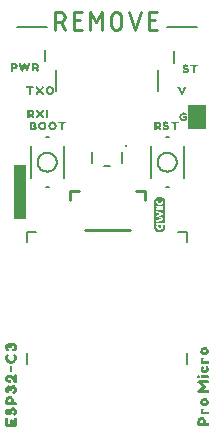
<source format=gto>
G04 EAGLE Gerber RS-274X export*
G75*
%MOMM*%
%FSLAX34Y34*%
%LPD*%
%INSilkscreen Top*%
%IPPOS*%
%AMOC8*
5,1,8,0,0,1.08239X$1,22.5*%
G01*
%ADD10R,1.524000X2.032000*%
%ADD11R,1.016000X4.572000*%
%ADD12C,0.279400*%
%ADD13C,0.203200*%
%ADD14C,0.254000*%
%ADD15C,0.127000*%
%ADD16C,0.254000*%
%ADD17C,0.200000*%

G36*
X146197Y169131D02*
X146197Y169131D01*
X146202Y169130D01*
X146729Y169183D01*
X146732Y169184D01*
X146735Y169184D01*
X147252Y169285D01*
X147255Y169287D01*
X147259Y169287D01*
X147765Y169444D01*
X147767Y169447D01*
X147772Y169447D01*
X148252Y169667D01*
X148253Y169669D01*
X148255Y169669D01*
X148721Y169922D01*
X148723Y169926D01*
X148730Y169928D01*
X149145Y170256D01*
X149145Y170257D01*
X149147Y170257D01*
X149546Y170604D01*
X149548Y170608D01*
X149554Y170611D01*
X149891Y171020D01*
X149891Y171022D01*
X149894Y171023D01*
X150200Y171453D01*
X150200Y171456D01*
X150204Y171459D01*
X150456Y171925D01*
X150456Y171926D01*
X150458Y171927D01*
X150457Y171929D01*
X150460Y171931D01*
X150656Y172421D01*
X150655Y172423D01*
X150657Y172426D01*
X150814Y172931D01*
X150813Y172936D01*
X150817Y172941D01*
X150892Y173464D01*
X150891Y173465D01*
X150892Y173466D01*
X150945Y173993D01*
X150944Y173996D01*
X150946Y173999D01*
X150949Y175059D01*
X150948Y175061D01*
X150949Y175065D01*
X150902Y175548D01*
X150890Y175563D01*
X150887Y175583D01*
X150867Y175592D01*
X150860Y175601D01*
X150851Y175599D01*
X150839Y175604D01*
X148191Y175604D01*
X148182Y175598D01*
X148171Y175601D01*
X148155Y175581D01*
X148134Y175567D01*
X148135Y175556D01*
X148128Y175548D01*
X148143Y175505D01*
X148144Y175500D01*
X148145Y175500D01*
X148145Y175499D01*
X148454Y175167D01*
X148719Y174728D01*
X148857Y174235D01*
X148870Y173721D01*
X148796Y173210D01*
X148621Y172727D01*
X148343Y172296D01*
X147976Y171938D01*
X147539Y171665D01*
X147057Y171479D01*
X146549Y171373D01*
X146030Y171336D01*
X145511Y171376D01*
X145004Y171490D01*
X144527Y171687D01*
X144099Y171973D01*
X143744Y172345D01*
X143483Y172788D01*
X143327Y173279D01*
X143275Y173794D01*
X143316Y174307D01*
X143476Y174794D01*
X143935Y175507D01*
X143935Y175513D01*
X143939Y175515D01*
X143935Y175545D01*
X143935Y175575D01*
X143930Y175578D01*
X143930Y175583D01*
X143882Y175604D01*
X143405Y175604D01*
X143332Y175994D01*
X143332Y177031D01*
X143454Y177246D01*
X143453Y177257D01*
X143454Y177259D01*
X143457Y177261D01*
X143457Y177263D01*
X143461Y177271D01*
X143467Y177333D01*
X143473Y177333D01*
X143495Y177323D01*
X150876Y177323D01*
X150895Y177336D01*
X150918Y177339D01*
X150925Y177355D01*
X150933Y177360D01*
X150932Y177370D01*
X150939Y177386D01*
X150948Y194327D01*
X150946Y194330D01*
X150947Y194334D01*
X150823Y195385D01*
X150820Y195389D01*
X150821Y195396D01*
X150664Y195902D01*
X150662Y195903D01*
X150663Y195906D01*
X150471Y196397D01*
X150468Y196399D01*
X150467Y196404D01*
X150215Y196870D01*
X150212Y196871D01*
X150211Y196876D01*
X149908Y197308D01*
X149906Y197309D01*
X149905Y197312D01*
X149568Y197720D01*
X149567Y197721D01*
X149567Y197722D01*
X149563Y197724D01*
X149561Y197727D01*
X149165Y198077D01*
X149164Y198077D01*
X149163Y198079D01*
X148750Y198410D01*
X148745Y198411D01*
X148741Y198416D01*
X148275Y198669D01*
X148274Y198669D01*
X148272Y198671D01*
X147795Y198895D01*
X147791Y198895D01*
X147787Y198898D01*
X147281Y199055D01*
X147278Y199055D01*
X147275Y199057D01*
X146759Y199163D01*
X146756Y199162D01*
X146752Y199164D01*
X146225Y199217D01*
X146222Y199216D01*
X146217Y199218D01*
X145690Y199204D01*
X145688Y199203D01*
X145686Y199204D01*
X145159Y199150D01*
X145155Y199148D01*
X145149Y199149D01*
X144638Y199016D01*
X144637Y199015D01*
X144635Y199015D01*
X144130Y198858D01*
X144126Y198854D01*
X144119Y198853D01*
X143652Y198604D01*
X143651Y198603D01*
X143649Y198602D01*
X143195Y198334D01*
X143193Y198330D01*
X143187Y198328D01*
X142778Y197991D01*
X142777Y197989D01*
X142774Y197987D01*
X142396Y197620D01*
X142396Y197617D01*
X142392Y197615D01*
X142055Y197206D01*
X142054Y197202D01*
X142050Y197199D01*
X141769Y196753D01*
X141769Y196751D01*
X141767Y196749D01*
X141514Y196284D01*
X141515Y196278D01*
X141510Y196273D01*
X141195Y195263D01*
X141196Y195258D01*
X141192Y195251D01*
X141139Y194724D01*
X141098Y194318D01*
X141100Y194315D01*
X141098Y194312D01*
X141098Y174182D01*
X141099Y174180D01*
X141098Y174177D01*
X141190Y173122D01*
X141193Y173118D01*
X141192Y173109D01*
X141499Y172097D01*
X141503Y172094D01*
X141503Y172086D01*
X141756Y171620D01*
X141758Y171619D01*
X141758Y171617D01*
X142035Y171168D01*
X142039Y171166D01*
X142040Y171161D01*
X142377Y170752D01*
X142380Y170751D01*
X142381Y170748D01*
X142756Y170377D01*
X142759Y170376D01*
X142760Y170373D01*
X143169Y170036D01*
X143173Y170035D01*
X143177Y170030D01*
X143629Y169758D01*
X143630Y169758D01*
X143631Y169757D01*
X144097Y169504D01*
X144103Y169504D01*
X144109Y169499D01*
X145125Y169203D01*
X145129Y169205D01*
X145136Y169201D01*
X145663Y169148D01*
X145665Y169149D01*
X145667Y169148D01*
X146194Y169129D01*
X146197Y169131D01*
G37*
G36*
X187098Y33405D02*
X187098Y33405D01*
X187111Y33402D01*
X187611Y33802D01*
X187615Y33817D01*
X187620Y33821D01*
X187617Y33825D01*
X187618Y33832D01*
X187629Y33840D01*
X187629Y34640D01*
X187626Y34644D01*
X187629Y34647D01*
X187529Y35347D01*
X187507Y35369D01*
X187505Y35382D01*
X187005Y35682D01*
X186987Y35680D01*
X186980Y35689D01*
X182299Y35689D01*
X182312Y35703D01*
X184710Y37501D01*
X184712Y37509D01*
X184718Y37509D01*
X185118Y38009D01*
X185119Y38028D01*
X185129Y38033D01*
X185229Y38733D01*
X185217Y38755D01*
X185221Y38767D01*
X184821Y39367D01*
X184810Y39371D01*
X184810Y39379D01*
X184410Y39679D01*
X184409Y39679D01*
X184409Y39680D01*
X182229Y41291D01*
X186880Y41291D01*
X186895Y41302D01*
X186905Y41298D01*
X187405Y41598D01*
X187414Y41620D01*
X187427Y41624D01*
X187627Y42224D01*
X187623Y42235D01*
X187629Y42240D01*
X187629Y42940D01*
X187618Y42955D01*
X187622Y42965D01*
X187322Y43465D01*
X187298Y43475D01*
X187294Y43487D01*
X186594Y43687D01*
X186585Y43684D01*
X186584Y43684D01*
X186580Y43689D01*
X179080Y43689D01*
X179073Y43684D01*
X179068Y43684D01*
X179064Y43687D01*
X178464Y43487D01*
X178453Y43470D01*
X178441Y43470D01*
X178141Y43070D01*
X178141Y43061D01*
X178135Y43057D01*
X178140Y43051D01*
X178131Y43046D01*
X178031Y42246D01*
X178038Y42234D01*
X178033Y42226D01*
X178233Y41526D01*
X178250Y41513D01*
X178250Y41501D01*
X181839Y38809D01*
X182020Y38357D01*
X178850Y35979D01*
X178849Y35974D01*
X178845Y35975D01*
X178345Y35475D01*
X178344Y35463D01*
X178336Y35462D01*
X178036Y34862D01*
X178039Y34846D01*
X178031Y34840D01*
X178031Y34040D01*
X178042Y34025D01*
X178038Y34015D01*
X178338Y33515D01*
X178366Y33504D01*
X178372Y33491D01*
X178972Y33391D01*
X178977Y33394D01*
X178980Y33391D01*
X187080Y33391D01*
X187098Y33405D01*
G37*
G36*
X24025Y4594D02*
X24025Y4594D01*
X24028Y4591D01*
X24628Y4691D01*
X24643Y4707D01*
X24655Y4705D01*
X25055Y5105D01*
X25056Y5117D01*
X25060Y5119D01*
X25057Y5123D01*
X25059Y5132D01*
X25069Y5140D01*
X25069Y11440D01*
X25061Y11451D01*
X25066Y11458D01*
X24866Y11958D01*
X24838Y11975D01*
X24834Y11987D01*
X24134Y12187D01*
X24120Y12182D01*
X24114Y12189D01*
X23314Y12089D01*
X23303Y12079D01*
X23295Y12082D01*
X22795Y11782D01*
X22784Y11754D01*
X22780Y11752D01*
X22771Y11747D01*
X22671Y11047D01*
X22674Y11042D01*
X22671Y11040D01*
X22671Y6989D01*
X22124Y6989D01*
X21569Y7082D01*
X21569Y9040D01*
X21566Y9044D01*
X21569Y9046D01*
X21469Y9846D01*
X21462Y9853D01*
X21466Y9858D01*
X21266Y10358D01*
X21247Y10370D01*
X21245Y10382D01*
X20745Y10682D01*
X20727Y10680D01*
X20720Y10689D01*
X19820Y10689D01*
X19805Y10678D01*
X19795Y10682D01*
X19295Y10382D01*
X19286Y10362D01*
X19274Y10358D01*
X19074Y9858D01*
X19078Y9845D01*
X19071Y9840D01*
X19071Y7080D01*
X18615Y6989D01*
X17962Y6989D01*
X17869Y7544D01*
X17869Y10940D01*
X17866Y10944D01*
X17869Y10947D01*
X17769Y11647D01*
X17756Y11659D01*
X17759Y11670D01*
X17459Y12070D01*
X17432Y12077D01*
X17425Y12089D01*
X16525Y12189D01*
X16514Y12182D01*
X16506Y12187D01*
X15806Y11987D01*
X15791Y11967D01*
X15778Y11965D01*
X15478Y11465D01*
X15479Y11455D01*
X15473Y11450D01*
X15477Y11444D01*
X15471Y11440D01*
X15471Y5340D01*
X15482Y5325D01*
X15478Y5315D01*
X15778Y4815D01*
X15802Y4805D01*
X15806Y4793D01*
X16506Y4593D01*
X16516Y4596D01*
X16520Y4591D01*
X24020Y4591D01*
X24025Y4594D01*
G37*
G36*
X186284Y5334D02*
X186284Y5334D01*
X186287Y5331D01*
X186987Y5431D01*
X186995Y5439D01*
X187002Y5436D01*
X187402Y5636D01*
X187413Y5658D01*
X187418Y5662D01*
X187418Y5663D01*
X187427Y5666D01*
X187627Y6366D01*
X187624Y6376D01*
X187629Y6380D01*
X187629Y7180D01*
X187613Y7201D01*
X187615Y7215D01*
X187215Y7615D01*
X187194Y7618D01*
X187188Y7629D01*
X186588Y7729D01*
X186583Y7726D01*
X186580Y7729D01*
X185213Y7729D01*
X185029Y8189D01*
X185029Y9480D01*
X185026Y9484D01*
X185029Y9487D01*
X184929Y10187D01*
X184924Y10192D01*
X184927Y10196D01*
X184727Y10796D01*
X184719Y10801D01*
X184721Y10807D01*
X184321Y11407D01*
X184318Y11408D01*
X184318Y11411D01*
X183918Y11911D01*
X183911Y11913D01*
X183911Y11918D01*
X183411Y12318D01*
X183401Y12319D01*
X183399Y12325D01*
X182699Y12625D01*
X182696Y12625D01*
X182696Y12627D01*
X182096Y12827D01*
X182085Y12823D01*
X182080Y12829D01*
X180680Y12829D01*
X180667Y12820D01*
X180658Y12824D01*
X179858Y12424D01*
X179855Y12417D01*
X179849Y12418D01*
X179349Y12018D01*
X179348Y12014D01*
X179345Y12015D01*
X178845Y11515D01*
X178844Y11508D01*
X178839Y11507D01*
X178439Y10907D01*
X178439Y10903D01*
X178436Y10902D01*
X178136Y10302D01*
X178138Y10292D01*
X178131Y10288D01*
X178031Y9688D01*
X178034Y9683D01*
X178031Y9680D01*
X178031Y6280D01*
X178038Y6271D01*
X178033Y6264D01*
X178233Y5664D01*
X178253Y5651D01*
X178255Y5638D01*
X178755Y5338D01*
X178773Y5340D01*
X178780Y5331D01*
X186280Y5331D01*
X186284Y5334D01*
G37*
G36*
X24433Y23100D02*
X24433Y23100D01*
X24442Y23096D01*
X24842Y23296D01*
X24852Y23317D01*
X24861Y23324D01*
X24867Y23326D01*
X25067Y24026D01*
X25064Y24036D01*
X25069Y24040D01*
X25069Y24840D01*
X25055Y24858D01*
X25058Y24871D01*
X24658Y25371D01*
X24634Y25377D01*
X24628Y25389D01*
X24028Y25489D01*
X24023Y25486D01*
X24020Y25489D01*
X22650Y25489D01*
X22469Y25852D01*
X22469Y27240D01*
X22466Y27245D01*
X22469Y27248D01*
X22369Y27848D01*
X22364Y27852D01*
X22367Y27856D01*
X22167Y28456D01*
X22159Y28461D01*
X22161Y28467D01*
X21361Y29667D01*
X21351Y29671D01*
X21351Y29678D01*
X20851Y30078D01*
X20841Y30079D01*
X20839Y30085D01*
X20139Y30385D01*
X20131Y30383D01*
X20128Y30389D01*
X19528Y30489D01*
X19523Y30486D01*
X19520Y30489D01*
X18120Y30489D01*
X18107Y30480D01*
X18098Y30484D01*
X17298Y30084D01*
X17297Y30081D01*
X17295Y30082D01*
X16795Y29782D01*
X16791Y29774D01*
X16785Y29775D01*
X16285Y29275D01*
X16284Y29268D01*
X16279Y29267D01*
X15879Y28667D01*
X15879Y28661D01*
X15875Y28659D01*
X15575Y27959D01*
X15577Y27951D01*
X15571Y27948D01*
X15471Y27348D01*
X15474Y27343D01*
X15471Y27340D01*
X15471Y23940D01*
X15478Y23931D01*
X15473Y23924D01*
X15673Y23324D01*
X15698Y23307D01*
X15702Y23294D01*
X16202Y23094D01*
X16215Y23098D01*
X16220Y23091D01*
X24420Y23091D01*
X24433Y23100D01*
G37*
G36*
X19023Y41497D02*
X19023Y41497D01*
X19028Y41491D01*
X19628Y41591D01*
X19645Y41610D01*
X19658Y41609D01*
X20058Y42109D01*
X20059Y42117D01*
X20060Y42118D01*
X20059Y42120D01*
X20059Y42132D01*
X20069Y42140D01*
X20069Y42940D01*
X20063Y42948D01*
X20067Y42954D01*
X19867Y43654D01*
X19842Y43673D01*
X19838Y43686D01*
X19338Y43886D01*
X19331Y43884D01*
X19328Y43889D01*
X18732Y43988D01*
X18152Y44181D01*
X17769Y44755D01*
X17769Y45423D01*
X18152Y45901D01*
X18728Y46189D01*
X19302Y46093D01*
X19886Y45703D01*
X20282Y45209D01*
X20680Y44712D01*
X21778Y42914D01*
X21782Y42913D01*
X21782Y42909D01*
X22182Y42409D01*
X22189Y42407D01*
X22189Y42402D01*
X22689Y42002D01*
X22693Y42001D01*
X22693Y41999D01*
X23293Y41599D01*
X23307Y41600D01*
X23312Y41591D01*
X23912Y41491D01*
X23931Y41501D01*
X23942Y41496D01*
X24542Y41796D01*
X24547Y41806D01*
X24555Y41805D01*
X25055Y42305D01*
X25059Y42332D01*
X25069Y42340D01*
X25069Y48340D01*
X25055Y48358D01*
X25058Y48371D01*
X24658Y48871D01*
X24634Y48877D01*
X24628Y48889D01*
X24028Y48989D01*
X24023Y48986D01*
X24020Y48989D01*
X23320Y48989D01*
X23302Y48975D01*
X23289Y48978D01*
X22789Y48578D01*
X22784Y48556D01*
X22774Y48548D01*
X22771Y48547D01*
X22671Y47847D01*
X22674Y47842D01*
X22671Y47840D01*
X22671Y45852D01*
X22620Y45750D01*
X22364Y46262D01*
X22361Y46263D01*
X22362Y46265D01*
X22062Y46765D01*
X22057Y46767D01*
X22058Y46772D01*
X21558Y47372D01*
X21554Y47372D01*
X21555Y47375D01*
X21055Y47875D01*
X21051Y47875D01*
X21051Y47878D01*
X20551Y48278D01*
X20537Y48279D01*
X20534Y48287D01*
X19834Y48487D01*
X19830Y48486D01*
X19828Y48489D01*
X19228Y48589D01*
X19223Y48586D01*
X19220Y48589D01*
X18520Y48589D01*
X18516Y48586D01*
X18513Y48589D01*
X17813Y48489D01*
X17805Y48481D01*
X17798Y48484D01*
X17198Y48184D01*
X17197Y48181D01*
X17195Y48182D01*
X16695Y47882D01*
X16691Y47874D01*
X16685Y47875D01*
X16185Y47375D01*
X16185Y47371D01*
X16182Y47371D01*
X15782Y46871D01*
X15781Y46863D01*
X15776Y46862D01*
X15476Y46262D01*
X15478Y46251D01*
X15471Y46247D01*
X15371Y45547D01*
X15373Y45543D01*
X15373Y45542D01*
X15371Y45540D01*
X15371Y44840D01*
X15374Y44836D01*
X15371Y44833D01*
X15471Y44133D01*
X15476Y44128D01*
X15473Y44124D01*
X15673Y43524D01*
X15678Y43521D01*
X15676Y43518D01*
X15976Y42918D01*
X15986Y42913D01*
X15985Y42905D01*
X16485Y42405D01*
X16492Y42404D01*
X16493Y42399D01*
X17093Y41999D01*
X17102Y42000D01*
X17104Y41993D01*
X18304Y41593D01*
X18311Y41595D01*
X18313Y41591D01*
X19013Y41491D01*
X19023Y41497D01*
G37*
G36*
X22633Y32300D02*
X22633Y32300D01*
X22642Y32296D01*
X23242Y32596D01*
X23244Y32600D01*
X23247Y32599D01*
X23847Y32999D01*
X23848Y33002D01*
X23851Y33002D01*
X24351Y33402D01*
X24354Y33414D01*
X24362Y33415D01*
X24662Y33915D01*
X24662Y33918D01*
X24664Y33918D01*
X24964Y34518D01*
X24962Y34529D01*
X24969Y34533D01*
X25069Y35233D01*
X25066Y35238D01*
X25069Y35240D01*
X25069Y36740D01*
X25062Y36749D01*
X25067Y36756D01*
X24867Y37356D01*
X24862Y37359D01*
X24864Y37362D01*
X24564Y37962D01*
X24561Y37963D01*
X24562Y37965D01*
X24262Y38465D01*
X24254Y38469D01*
X24255Y38475D01*
X23755Y38975D01*
X23748Y38976D01*
X23747Y38981D01*
X23147Y39381D01*
X23138Y39380D01*
X23136Y39387D01*
X22536Y39587D01*
X22525Y39583D01*
X22520Y39589D01*
X21820Y39589D01*
X21815Y39586D01*
X21812Y39589D01*
X21212Y39489D01*
X21205Y39481D01*
X21204Y39481D01*
X21198Y39484D01*
X20598Y39184D01*
X20592Y39171D01*
X20582Y39172D01*
X20097Y38589D01*
X19744Y38589D01*
X19358Y39071D01*
X19344Y39074D01*
X19342Y39084D01*
X18742Y39384D01*
X18733Y39382D01*
X18733Y39383D01*
X18725Y39383D01*
X18720Y39389D01*
X18020Y39389D01*
X18016Y39386D01*
X18013Y39389D01*
X17313Y39289D01*
X17305Y39281D01*
X17298Y39284D01*
X16698Y38984D01*
X16693Y38974D01*
X16685Y38975D01*
X16186Y38476D01*
X15187Y37577D01*
X15182Y37548D01*
X15171Y37540D01*
X15171Y35440D01*
X15178Y35431D01*
X15173Y35424D01*
X15373Y34825D01*
X15573Y34126D01*
X15584Y34118D01*
X15582Y34109D01*
X15982Y33609D01*
X15986Y33608D01*
X15985Y33605D01*
X16485Y33105D01*
X16498Y33103D01*
X16501Y33095D01*
X17201Y32795D01*
X17208Y32797D01*
X17210Y32792D01*
X17710Y32692D01*
X17733Y32703D01*
X17745Y32698D01*
X18245Y32998D01*
X18251Y33012D01*
X18261Y33013D01*
X18661Y33613D01*
X18660Y33627D01*
X18669Y33632D01*
X18769Y34232D01*
X18755Y34258D01*
X18758Y34271D01*
X18358Y34771D01*
X18351Y34773D01*
X18351Y34778D01*
X17859Y35172D01*
X17569Y35752D01*
X17569Y36423D01*
X17944Y36891D01*
X18487Y36891D01*
X18672Y36428D01*
X18771Y35535D01*
X18780Y35526D01*
X18776Y35518D01*
X18976Y35118D01*
X19000Y35106D01*
X19004Y35093D01*
X19604Y34893D01*
X19615Y34897D01*
X19620Y34891D01*
X20520Y34891D01*
X20541Y34907D01*
X20555Y34905D01*
X20955Y35305D01*
X20957Y35323D01*
X20968Y35331D01*
X20969Y35332D01*
X21069Y35932D01*
X21068Y35933D01*
X21069Y35933D01*
X21166Y36617D01*
X21644Y37094D01*
X22200Y37187D01*
X22576Y36716D01*
X22770Y36135D01*
X22672Y35455D01*
X22384Y34878D01*
X21701Y34585D01*
X21692Y34570D01*
X21681Y34570D01*
X21381Y34170D01*
X21381Y34152D01*
X21371Y34146D01*
X21271Y33346D01*
X21278Y33334D01*
X21273Y33326D01*
X21473Y32626D01*
X21490Y32613D01*
X21490Y32601D01*
X21890Y32301D01*
X21912Y32301D01*
X21920Y32291D01*
X22620Y32291D01*
X22633Y32300D01*
G37*
G36*
X22633Y68200D02*
X22633Y68200D01*
X22642Y68196D01*
X23242Y68496D01*
X23244Y68500D01*
X23247Y68499D01*
X23847Y68899D01*
X23848Y68902D01*
X23851Y68902D01*
X24351Y69302D01*
X24354Y69314D01*
X24362Y69315D01*
X24662Y69815D01*
X24662Y69818D01*
X24664Y69818D01*
X24964Y70418D01*
X24962Y70429D01*
X24969Y70433D01*
X25069Y71133D01*
X25066Y71138D01*
X25069Y71140D01*
X25069Y72640D01*
X25062Y72649D01*
X25067Y72656D01*
X24867Y73256D01*
X24862Y73259D01*
X24864Y73262D01*
X24564Y73862D01*
X24561Y73863D01*
X24562Y73865D01*
X24262Y74365D01*
X24254Y74369D01*
X24255Y74375D01*
X23755Y74875D01*
X23748Y74876D01*
X23747Y74881D01*
X23147Y75281D01*
X23138Y75280D01*
X23136Y75287D01*
X22536Y75487D01*
X22525Y75483D01*
X22520Y75489D01*
X21820Y75489D01*
X21815Y75486D01*
X21812Y75489D01*
X21212Y75389D01*
X21205Y75381D01*
X21204Y75381D01*
X21198Y75384D01*
X20598Y75084D01*
X20592Y75071D01*
X20582Y75072D01*
X20097Y74489D01*
X19744Y74489D01*
X19358Y74971D01*
X19344Y74974D01*
X19342Y74984D01*
X18742Y75284D01*
X18733Y75282D01*
X18733Y75283D01*
X18725Y75283D01*
X18720Y75289D01*
X18020Y75289D01*
X18016Y75286D01*
X18013Y75289D01*
X17313Y75189D01*
X17305Y75181D01*
X17298Y75184D01*
X16698Y74884D01*
X16693Y74874D01*
X16685Y74875D01*
X16186Y74376D01*
X15187Y73477D01*
X15182Y73448D01*
X15171Y73440D01*
X15171Y71340D01*
X15178Y71331D01*
X15173Y71324D01*
X15373Y70725D01*
X15573Y70026D01*
X15584Y70018D01*
X15582Y70009D01*
X15982Y69509D01*
X15986Y69508D01*
X15985Y69505D01*
X16485Y69005D01*
X16498Y69003D01*
X16501Y68995D01*
X17201Y68695D01*
X17208Y68697D01*
X17210Y68692D01*
X17710Y68592D01*
X17733Y68603D01*
X17745Y68598D01*
X18245Y68898D01*
X18251Y68912D01*
X18261Y68913D01*
X18661Y69513D01*
X18660Y69527D01*
X18669Y69532D01*
X18769Y70132D01*
X18755Y70158D01*
X18758Y70171D01*
X18358Y70671D01*
X18351Y70673D01*
X18351Y70678D01*
X17859Y71072D01*
X17569Y71652D01*
X17569Y72323D01*
X17944Y72791D01*
X18485Y72791D01*
X18672Y72229D01*
X18771Y71434D01*
X18780Y71425D01*
X18776Y71418D01*
X18976Y71018D01*
X19000Y71006D01*
X19004Y70993D01*
X19604Y70793D01*
X19615Y70797D01*
X19620Y70791D01*
X20520Y70791D01*
X20541Y70807D01*
X20555Y70805D01*
X20955Y71205D01*
X20957Y71223D01*
X20968Y71231D01*
X20969Y71232D01*
X21069Y71832D01*
X21068Y71833D01*
X21069Y71833D01*
X21166Y72517D01*
X21644Y72994D01*
X22200Y73087D01*
X22576Y72616D01*
X22770Y72035D01*
X22672Y71354D01*
X22384Y70681D01*
X21706Y70487D01*
X21693Y70470D01*
X21681Y70470D01*
X21381Y70070D01*
X21381Y70052D01*
X21371Y70046D01*
X21271Y69246D01*
X21278Y69234D01*
X21273Y69226D01*
X21473Y68526D01*
X21490Y68513D01*
X21490Y68501D01*
X21890Y68201D01*
X21912Y68201D01*
X21920Y68191D01*
X22620Y68191D01*
X22633Y68200D01*
G37*
G36*
X22932Y13902D02*
X22932Y13902D01*
X22944Y13897D01*
X23644Y14297D01*
X23648Y14306D01*
X23655Y14305D01*
X24055Y14705D01*
X24055Y14709D01*
X24058Y14709D01*
X24458Y15209D01*
X24459Y15213D01*
X24461Y15213D01*
X24861Y15813D01*
X24860Y15824D01*
X24867Y15826D01*
X25067Y16526D01*
X25064Y16535D01*
X25067Y16537D01*
X25067Y16538D01*
X25069Y16540D01*
X25069Y17840D01*
X25066Y17844D01*
X25069Y17847D01*
X24969Y18547D01*
X24961Y18555D01*
X24964Y18562D01*
X24364Y19762D01*
X24357Y19765D01*
X24358Y19771D01*
X23958Y20271D01*
X23944Y20274D01*
X23942Y20284D01*
X23342Y20584D01*
X23337Y20583D01*
X23336Y20587D01*
X22736Y20787D01*
X22731Y20785D01*
X22731Y20786D01*
X22729Y20786D01*
X22727Y20789D01*
X22027Y20889D01*
X22022Y20886D01*
X22020Y20889D01*
X21220Y20889D01*
X21213Y20884D01*
X21208Y20884D01*
X21204Y20887D01*
X20604Y20687D01*
X20597Y20676D01*
X20589Y20678D01*
X20089Y20278D01*
X20087Y20271D01*
X20082Y20271D01*
X19682Y19771D01*
X19681Y19763D01*
X19676Y19762D01*
X19376Y19162D01*
X19377Y19155D01*
X19373Y19154D01*
X19173Y18454D01*
X19173Y18452D01*
X19172Y18451D01*
X18874Y17160D01*
X18491Y16585D01*
X17934Y16492D01*
X17466Y16866D01*
X17370Y17535D01*
X17564Y18116D01*
X18058Y18708D01*
X18059Y18732D01*
X18069Y18740D01*
X18069Y19240D01*
X18060Y19253D01*
X18064Y19262D01*
X17764Y19862D01*
X17746Y19871D01*
X17744Y19883D01*
X17044Y20283D01*
X17027Y20280D01*
X17020Y20289D01*
X16520Y20289D01*
X16499Y20273D01*
X16485Y20275D01*
X15585Y19375D01*
X15583Y19356D01*
X15572Y19352D01*
X15372Y18552D01*
X15373Y18549D01*
X15371Y18548D01*
X15271Y17948D01*
X15272Y17947D01*
X15271Y17947D01*
X15171Y17247D01*
X15176Y17238D01*
X15171Y17233D01*
X15271Y16533D01*
X15275Y16529D01*
X15273Y16526D01*
X15473Y15826D01*
X15478Y15822D01*
X15476Y15818D01*
X15776Y15218D01*
X15786Y15213D01*
X15785Y15205D01*
X16185Y14805D01*
X16192Y14804D01*
X16193Y14799D01*
X16793Y14399D01*
X16797Y14399D01*
X16798Y14396D01*
X17398Y14096D01*
X17409Y14098D01*
X17412Y14091D01*
X18012Y13991D01*
X18022Y13997D01*
X18027Y13991D01*
X18727Y14091D01*
X18731Y14095D01*
X18734Y14093D01*
X19434Y14293D01*
X19442Y14304D01*
X19451Y14302D01*
X19951Y14702D01*
X19953Y14709D01*
X19958Y14709D01*
X20358Y15209D01*
X20359Y15217D01*
X20364Y15218D01*
X20964Y16418D01*
X20963Y16425D01*
X20967Y16426D01*
X21167Y17126D01*
X21167Y17127D01*
X21168Y17128D01*
X21166Y17130D01*
X21166Y17131D01*
X21169Y17133D01*
X21267Y17823D01*
X21553Y18299D01*
X22114Y18486D01*
X22582Y18205D01*
X22869Y17632D01*
X22773Y16958D01*
X22381Y16370D01*
X21882Y15772D01*
X21882Y15760D01*
X21874Y15758D01*
X21674Y15258D01*
X21679Y15240D01*
X21671Y15232D01*
X21771Y14632D01*
X21787Y14617D01*
X21785Y14605D01*
X22385Y14005D01*
X22405Y14002D01*
X22410Y13992D01*
X22910Y13892D01*
X22932Y13902D01*
G37*
G36*
X21127Y57991D02*
X21127Y57991D01*
X21132Y57996D01*
X21136Y57993D01*
X21736Y58193D01*
X21737Y58196D01*
X21739Y58195D01*
X22439Y58495D01*
X22442Y58499D01*
X22445Y58498D01*
X22945Y58798D01*
X22947Y58802D01*
X22951Y58802D01*
X23451Y59202D01*
X23452Y59206D01*
X23455Y59205D01*
X23955Y59705D01*
X23956Y59712D01*
X23961Y59713D01*
X24361Y60313D01*
X24361Y60317D01*
X24364Y60318D01*
X24664Y60918D01*
X24663Y60923D01*
X24667Y60924D01*
X24867Y61524D01*
X24866Y61526D01*
X24867Y61526D01*
X25067Y62226D01*
X25064Y62236D01*
X25069Y62240D01*
X25069Y63540D01*
X25062Y63549D01*
X25067Y63556D01*
X24867Y64154D01*
X24668Y64952D01*
X24660Y64959D01*
X24662Y64965D01*
X24362Y65465D01*
X24358Y65467D01*
X24358Y65471D01*
X23958Y65971D01*
X23939Y65976D01*
X23936Y65987D01*
X23336Y66187D01*
X23308Y66177D01*
X23296Y66183D01*
X22596Y65783D01*
X22592Y65774D01*
X22585Y65775D01*
X22085Y65275D01*
X22083Y65256D01*
X22072Y65252D01*
X21972Y64852D01*
X21983Y64828D01*
X21977Y64816D01*
X22376Y64117D01*
X22671Y63528D01*
X22671Y62252D01*
X22377Y61665D01*
X21983Y61074D01*
X21493Y60682D01*
X20905Y60388D01*
X20220Y60290D01*
X19531Y60388D01*
X18942Y60585D01*
X18358Y60974D01*
X18064Y61562D01*
X17768Y62155D01*
X17670Y62840D01*
X17768Y63529D01*
X17965Y64118D01*
X18361Y64713D01*
X18361Y64720D01*
X18365Y64723D01*
X18360Y64730D01*
X18360Y64733D01*
X18369Y64740D01*
X18369Y65240D01*
X18353Y65261D01*
X18355Y65275D01*
X17855Y65775D01*
X17848Y65776D01*
X17847Y65781D01*
X17247Y66181D01*
X17222Y66179D01*
X17212Y66189D01*
X16612Y66089D01*
X16597Y66073D01*
X16585Y66075D01*
X16085Y65575D01*
X16084Y65566D01*
X16078Y65565D01*
X15778Y65065D01*
X15778Y65062D01*
X15776Y65062D01*
X15476Y64462D01*
X15477Y64457D01*
X15473Y64454D01*
X15477Y64449D01*
X15471Y64446D01*
X15371Y63647D01*
X15271Y63048D01*
X15274Y63043D01*
X15271Y63040D01*
X15271Y62340D01*
X15274Y62335D01*
X15271Y62332D01*
X15371Y61732D01*
X15375Y61729D01*
X15373Y61726D01*
X15573Y61026D01*
X15578Y61022D01*
X15576Y61018D01*
X15876Y60418D01*
X15880Y60416D01*
X15879Y60413D01*
X16279Y59813D01*
X16282Y59812D01*
X16282Y59809D01*
X16682Y59309D01*
X16689Y59307D01*
X16689Y59302D01*
X17189Y58902D01*
X17193Y58901D01*
X17193Y58899D01*
X17793Y58499D01*
X17797Y58499D01*
X17798Y58496D01*
X18398Y58196D01*
X18403Y58197D01*
X18404Y58193D01*
X19004Y57993D01*
X19015Y57997D01*
X19020Y57991D01*
X19717Y57991D01*
X20413Y57891D01*
X20422Y57896D01*
X20427Y57891D01*
X21127Y57991D01*
G37*
G36*
X56480Y255632D02*
X56480Y255632D01*
X56486Y255639D01*
X56492Y255636D01*
X56892Y255836D01*
X56895Y255842D01*
X56900Y255841D01*
X57700Y256441D01*
X57701Y256446D01*
X57705Y256445D01*
X58105Y256845D01*
X58106Y256854D01*
X58112Y256855D01*
X58412Y257355D01*
X58412Y257358D01*
X58414Y257358D01*
X58614Y257758D01*
X58612Y257767D01*
X58618Y257770D01*
X58818Y258770D01*
X58815Y258777D01*
X58819Y258780D01*
X58819Y259780D01*
X58815Y259786D01*
X58818Y259790D01*
X58718Y260290D01*
X58713Y260294D01*
X58716Y260298D01*
X58516Y260798D01*
X58513Y260800D01*
X58514Y260802D01*
X58314Y261202D01*
X58308Y261205D01*
X58309Y261210D01*
X58009Y261610D01*
X58004Y261611D01*
X58005Y261615D01*
X57605Y262015D01*
X57600Y262016D01*
X57600Y262019D01*
X57200Y262319D01*
X57190Y262319D01*
X57188Y262326D01*
X56690Y262525D01*
X56292Y262724D01*
X56283Y262722D01*
X56280Y262728D01*
X55280Y262928D01*
X55266Y262922D01*
X55258Y262928D01*
X54864Y262829D01*
X54370Y262829D01*
X54357Y262820D01*
X54348Y262824D01*
X53950Y262625D01*
X53452Y262426D01*
X53447Y262418D01*
X53440Y262419D01*
X52640Y261819D01*
X52638Y261810D01*
X52631Y261810D01*
X52331Y261410D01*
X52331Y261404D01*
X52330Y261403D01*
X52331Y261403D01*
X52331Y261400D01*
X52324Y261398D01*
X52125Y260900D01*
X51926Y260502D01*
X51927Y260499D01*
X51924Y260498D01*
X51724Y259998D01*
X51728Y259985D01*
X51721Y259980D01*
X51721Y258380D01*
X51730Y258367D01*
X51726Y258358D01*
X51925Y257960D01*
X52124Y257462D01*
X52127Y257460D01*
X52126Y257458D01*
X52326Y257058D01*
X52332Y257055D01*
X52331Y257050D01*
X52631Y256650D01*
X52636Y256649D01*
X52635Y256645D01*
X53035Y256245D01*
X53040Y256244D01*
X53040Y256241D01*
X53440Y255941D01*
X53450Y255941D01*
X53452Y255934D01*
X54452Y255534D01*
X54465Y255538D01*
X54470Y255531D01*
X54965Y255531D01*
X55460Y255432D01*
X55473Y255438D01*
X55480Y255432D01*
X56480Y255632D01*
G37*
G36*
X53315Y285409D02*
X53315Y285409D01*
X53322Y285404D01*
X53822Y285504D01*
X53823Y285505D01*
X53824Y285504D01*
X54224Y285604D01*
X54227Y285608D01*
X54230Y285606D01*
X54730Y285806D01*
X54735Y285814D01*
X54742Y285813D01*
X55542Y286413D01*
X55544Y286422D01*
X55551Y286422D01*
X55851Y286822D01*
X55851Y286826D01*
X55854Y286827D01*
X56154Y287327D01*
X56154Y287330D01*
X56156Y287330D01*
X56356Y287730D01*
X56355Y287733D01*
X56358Y287734D01*
X56558Y288234D01*
X56556Y288240D01*
X56560Y288242D01*
X56660Y288742D01*
X56657Y288749D01*
X56661Y288752D01*
X56661Y289752D01*
X56657Y289758D01*
X56660Y289762D01*
X56560Y290262D01*
X56555Y290266D01*
X56558Y290270D01*
X56358Y290770D01*
X56350Y290775D01*
X56351Y290782D01*
X55451Y291982D01*
X55438Y291985D01*
X55437Y291994D01*
X54937Y292294D01*
X54934Y292294D01*
X54934Y292296D01*
X54534Y292496D01*
X54531Y292495D01*
X54530Y292498D01*
X54030Y292698D01*
X54025Y292696D01*
X54024Y292700D01*
X53624Y292800D01*
X53621Y292799D01*
X53620Y292801D01*
X53020Y292901D01*
X53005Y292893D01*
X52996Y292899D01*
X52704Y292801D01*
X52212Y292801D01*
X52201Y292793D01*
X52194Y292798D01*
X51694Y292598D01*
X51692Y292595D01*
X51690Y292596D01*
X51290Y292396D01*
X51287Y292390D01*
X51282Y292391D01*
X50482Y291791D01*
X50480Y291782D01*
X50473Y291782D01*
X50173Y291382D01*
X50173Y291378D01*
X50170Y291377D01*
X49870Y290877D01*
X49870Y290874D01*
X49868Y290874D01*
X49668Y290474D01*
X49670Y290465D01*
X49664Y290462D01*
X49564Y289962D01*
X49567Y289955D01*
X49563Y289952D01*
X49563Y289456D01*
X49463Y288860D01*
X49469Y288849D01*
X49464Y288842D01*
X49564Y288342D01*
X49565Y288341D01*
X49564Y288340D01*
X49664Y287940D01*
X49668Y287937D01*
X49666Y287934D01*
X49866Y287434D01*
X49874Y287429D01*
X49873Y287422D01*
X50473Y286622D01*
X50478Y286621D01*
X50477Y286617D01*
X50877Y286217D01*
X50882Y286216D01*
X50882Y286213D01*
X51282Y285913D01*
X51292Y285913D01*
X51294Y285906D01*
X51792Y285707D01*
X52190Y285508D01*
X52206Y285511D01*
X52212Y285503D01*
X52708Y285503D01*
X53304Y285403D01*
X53315Y285409D01*
G37*
G36*
X47880Y255632D02*
X47880Y255632D01*
X47886Y255639D01*
X47892Y255636D01*
X48292Y255836D01*
X48293Y255839D01*
X48295Y255838D01*
X48795Y256138D01*
X48799Y256146D01*
X48805Y256145D01*
X49505Y256845D01*
X49506Y256854D01*
X49512Y256855D01*
X49812Y257355D01*
X49812Y257358D01*
X49814Y257358D01*
X50014Y257758D01*
X50012Y257767D01*
X50018Y257770D01*
X50218Y258770D01*
X50215Y258777D01*
X50219Y258780D01*
X50219Y259780D01*
X50215Y259786D01*
X50218Y259790D01*
X50118Y260290D01*
X50113Y260294D01*
X50116Y260298D01*
X49916Y260798D01*
X49913Y260800D01*
X49914Y260802D01*
X49714Y261202D01*
X49708Y261205D01*
X49709Y261210D01*
X49409Y261610D01*
X49404Y261611D01*
X49405Y261615D01*
X49005Y262015D01*
X49000Y262016D01*
X49000Y262019D01*
X48600Y262319D01*
X48590Y262319D01*
X48588Y262326D01*
X48090Y262525D01*
X47692Y262724D01*
X47683Y262722D01*
X47680Y262728D01*
X46680Y262928D01*
X46664Y262920D01*
X46654Y262927D01*
X46362Y262829D01*
X45870Y262829D01*
X45859Y262821D01*
X45852Y262826D01*
X44852Y262426D01*
X44847Y262418D01*
X44840Y262419D01*
X44040Y261819D01*
X44038Y261810D01*
X44031Y261810D01*
X43731Y261410D01*
X43731Y261404D01*
X43730Y261403D01*
X43731Y261403D01*
X43731Y261400D01*
X43724Y261398D01*
X43525Y260900D01*
X43326Y260502D01*
X43328Y260493D01*
X43322Y260490D01*
X43122Y259490D01*
X43124Y259484D01*
X43123Y259483D01*
X43123Y259482D01*
X43121Y259480D01*
X43121Y258380D01*
X43130Y258367D01*
X43126Y258358D01*
X43325Y257960D01*
X43524Y257462D01*
X43527Y257460D01*
X43526Y257458D01*
X43726Y257058D01*
X43736Y257053D01*
X43735Y257045D01*
X44133Y256648D01*
X44431Y256250D01*
X44444Y256247D01*
X44445Y256238D01*
X44945Y255938D01*
X44948Y255938D01*
X44948Y255936D01*
X45348Y255736D01*
X45351Y255737D01*
X45352Y255734D01*
X45852Y255534D01*
X45865Y255538D01*
X45870Y255531D01*
X46365Y255531D01*
X46860Y255432D01*
X46873Y255438D01*
X46880Y255432D01*
X47880Y255632D01*
G37*
G36*
X184588Y64997D02*
X184588Y64997D01*
X184594Y64993D01*
X185294Y65193D01*
X185298Y65198D01*
X185302Y65196D01*
X185902Y65496D01*
X185904Y65500D01*
X185907Y65499D01*
X186507Y65899D01*
X186511Y65909D01*
X186518Y65909D01*
X186918Y66409D01*
X186919Y66413D01*
X186921Y66413D01*
X187321Y67013D01*
X187320Y67022D01*
X187327Y67024D01*
X187527Y67624D01*
X187525Y67631D01*
X187529Y67633D01*
X187629Y68333D01*
X187626Y68338D01*
X187629Y68340D01*
X187629Y69040D01*
X187626Y69045D01*
X187629Y69048D01*
X187529Y69648D01*
X187522Y69654D01*
X187525Y69659D01*
X187225Y70359D01*
X187217Y70364D01*
X187218Y70371D01*
X186418Y71371D01*
X186408Y71373D01*
X186407Y71381D01*
X185807Y71781D01*
X185798Y71780D01*
X185796Y71787D01*
X185196Y71987D01*
X185194Y71986D01*
X185194Y71987D01*
X184494Y72187D01*
X184484Y72184D01*
X184480Y72189D01*
X183780Y72189D01*
X183776Y72186D01*
X183773Y72189D01*
X183073Y72089D01*
X183068Y72084D01*
X183064Y72087D01*
X182464Y71887D01*
X182459Y71879D01*
X182453Y71881D01*
X181853Y71481D01*
X181850Y71474D01*
X181845Y71475D01*
X181345Y70975D01*
X181345Y70971D01*
X181342Y70971D01*
X180942Y70471D01*
X180941Y70463D01*
X180936Y70462D01*
X180636Y69862D01*
X180638Y69851D01*
X180631Y69847D01*
X180431Y68447D01*
X180437Y68437D01*
X180431Y68432D01*
X180531Y67832D01*
X180535Y67829D01*
X180533Y67826D01*
X180733Y67126D01*
X180738Y67122D01*
X180736Y67118D01*
X181036Y66518D01*
X181046Y66513D01*
X181045Y66505D01*
X181544Y66006D01*
X182443Y65007D01*
X182472Y65002D01*
X182480Y64991D01*
X184580Y64991D01*
X184588Y64997D01*
G37*
G36*
X184588Y21837D02*
X184588Y21837D01*
X184594Y21833D01*
X185294Y22033D01*
X185298Y22038D01*
X185302Y22036D01*
X185902Y22336D01*
X185904Y22340D01*
X185907Y22339D01*
X186507Y22739D01*
X186511Y22749D01*
X186518Y22749D01*
X186918Y23249D01*
X186919Y23253D01*
X186921Y23253D01*
X187321Y23853D01*
X187320Y23864D01*
X187327Y23866D01*
X187527Y24566D01*
X187526Y24570D01*
X187529Y24572D01*
X187629Y25172D01*
X187626Y25177D01*
X187629Y25180D01*
X187629Y25880D01*
X187626Y25885D01*
X187629Y25888D01*
X187529Y26488D01*
X187522Y26494D01*
X187525Y26499D01*
X187225Y27199D01*
X187217Y27204D01*
X187218Y27211D01*
X186418Y28211D01*
X186408Y28213D01*
X186407Y28221D01*
X185807Y28621D01*
X185798Y28620D01*
X185796Y28627D01*
X185196Y28827D01*
X185194Y28826D01*
X185194Y28827D01*
X184494Y29027D01*
X184484Y29024D01*
X184480Y29029D01*
X183780Y29029D01*
X183776Y29026D01*
X183773Y29029D01*
X183073Y28929D01*
X183068Y28924D01*
X183064Y28927D01*
X182464Y28727D01*
X182459Y28719D01*
X182453Y28721D01*
X181853Y28321D01*
X181852Y28318D01*
X181849Y28318D01*
X181349Y27918D01*
X181347Y27908D01*
X181339Y27907D01*
X180939Y27307D01*
X180939Y27303D01*
X180936Y27302D01*
X180636Y26702D01*
X180638Y26691D01*
X180631Y26687D01*
X180431Y25287D01*
X180437Y25277D01*
X180431Y25272D01*
X180531Y24672D01*
X180535Y24669D01*
X180533Y24666D01*
X180733Y23966D01*
X180740Y23961D01*
X180738Y23955D01*
X181038Y23455D01*
X181043Y23453D01*
X181042Y23448D01*
X181542Y22848D01*
X181544Y22848D01*
X181543Y22847D01*
X182443Y21847D01*
X182472Y21842D01*
X182480Y21831D01*
X184580Y21831D01*
X184588Y21837D01*
G37*
G36*
X30176Y305418D02*
X30176Y305418D01*
X30186Y305434D01*
X30197Y305434D01*
X30497Y305834D01*
X30497Y305841D01*
X30499Y305842D01*
X30497Y305843D01*
X30497Y305845D01*
X30504Y305848D01*
X31104Y307547D01*
X31654Y309012D01*
X32511Y306249D01*
X32513Y306248D01*
X32512Y306246D01*
X32712Y305746D01*
X32724Y305738D01*
X32723Y305729D01*
X33123Y305329D01*
X33150Y305326D01*
X33158Y305315D01*
X33658Y305315D01*
X33671Y305324D01*
X33680Y305320D01*
X34080Y305520D01*
X34087Y305534D01*
X34097Y305534D01*
X34397Y305934D01*
X34397Y305940D01*
X34398Y305940D01*
X34397Y305940D01*
X34397Y305945D01*
X34404Y305947D01*
X36304Y311247D01*
X36303Y311253D01*
X36306Y311254D01*
X36406Y311754D01*
X36396Y311775D01*
X36402Y311786D01*
X36202Y312186D01*
X36185Y312195D01*
X36183Y312206D01*
X35683Y312506D01*
X35671Y312505D01*
X35668Y312512D01*
X35168Y312612D01*
X35147Y312602D01*
X35143Y312602D01*
X35140Y312600D01*
X35128Y312603D01*
X34728Y312303D01*
X34723Y312284D01*
X34712Y312280D01*
X33515Y308891D01*
X33479Y308855D01*
X32505Y311680D01*
X32503Y311681D01*
X32504Y311682D01*
X32304Y312182D01*
X32288Y312192D01*
X32288Y312203D01*
X31888Y312503D01*
X31871Y312503D01*
X31871Y312504D01*
X31858Y312504D01*
X31848Y312512D01*
X31348Y312412D01*
X31342Y312405D01*
X31336Y312408D01*
X30936Y312208D01*
X30925Y312186D01*
X30912Y312182D01*
X30712Y311682D01*
X30713Y311681D01*
X30712Y311680D01*
X30711Y311680D01*
X29737Y308855D01*
X29601Y308990D01*
X28705Y311879D01*
X28703Y311880D01*
X28704Y311882D01*
X28504Y312382D01*
X28480Y312397D01*
X28476Y312410D01*
X27976Y312610D01*
X27951Y312603D01*
X27940Y312610D01*
X27440Y312410D01*
X27437Y312405D01*
X27433Y312406D01*
X26933Y312106D01*
X26924Y312085D01*
X26922Y312083D01*
X26911Y312080D01*
X26811Y311780D01*
X26812Y311779D01*
X26811Y311778D01*
X26812Y311776D01*
X26818Y311759D01*
X26811Y311748D01*
X27011Y311148D01*
X28811Y305848D01*
X28821Y305842D01*
X28819Y305834D01*
X29119Y305434D01*
X29137Y305429D01*
X29140Y305418D01*
X29640Y305218D01*
X29665Y305225D01*
X29676Y305218D01*
X30176Y305418D01*
G37*
G36*
X39676Y255435D02*
X39676Y255435D01*
X39680Y255432D01*
X40180Y255532D01*
X40186Y255539D01*
X40192Y255536D01*
X40592Y255736D01*
X40593Y255739D01*
X40595Y255738D01*
X41095Y256038D01*
X41100Y256050D01*
X41109Y256050D01*
X41409Y256450D01*
X41409Y256457D01*
X41414Y256458D01*
X41614Y256858D01*
X41613Y256861D01*
X41616Y256862D01*
X41816Y257362D01*
X41812Y257375D01*
X41819Y257380D01*
X41819Y257980D01*
X41815Y257986D01*
X41818Y257990D01*
X41718Y258490D01*
X41711Y258496D01*
X41714Y258502D01*
X41314Y259302D01*
X41276Y259321D01*
X41302Y259342D01*
X41303Y259346D01*
X41305Y259345D01*
X41405Y259445D01*
X41406Y259456D01*
X41407Y259456D01*
X41406Y259456D01*
X41408Y259465D01*
X41418Y259470D01*
X41618Y260470D01*
X41615Y260477D01*
X41619Y260480D01*
X41619Y260980D01*
X41611Y260991D01*
X41616Y260998D01*
X41416Y261498D01*
X41408Y261503D01*
X41409Y261510D01*
X40809Y262310D01*
X40791Y262315D01*
X40788Y262326D01*
X39788Y262726D01*
X39775Y262722D01*
X39770Y262729D01*
X36670Y262729D01*
X36657Y262720D01*
X36648Y262724D01*
X36248Y262524D01*
X36235Y262497D01*
X36222Y262492D01*
X36122Y262092D01*
X36126Y262084D01*
X36121Y262080D01*
X36121Y255880D01*
X36137Y255859D01*
X36135Y255845D01*
X36435Y255545D01*
X36456Y255542D01*
X36462Y255531D01*
X37062Y255431D01*
X37067Y255434D01*
X37070Y255431D01*
X39670Y255431D01*
X39676Y255435D01*
G37*
G36*
X146610Y255532D02*
X146610Y255532D01*
X146621Y255544D01*
X146631Y255542D01*
X147131Y255942D01*
X147133Y255952D01*
X147141Y255953D01*
X147341Y256253D01*
X147339Y256280D01*
X147348Y256290D01*
X147248Y256790D01*
X147245Y256793D01*
X147247Y256796D01*
X147147Y257096D01*
X147142Y257099D01*
X147144Y257102D01*
X146649Y258092D01*
X146649Y258364D01*
X146939Y258750D01*
X146939Y258760D01*
X146946Y258762D01*
X147146Y259262D01*
X147144Y259267D01*
X147148Y259268D01*
X147248Y259668D01*
X147247Y259671D01*
X147249Y259672D01*
X147349Y260272D01*
X147343Y260283D01*
X147348Y260290D01*
X147248Y260790D01*
X147243Y260794D01*
X147246Y260798D01*
X147046Y261298D01*
X147038Y261303D01*
X147039Y261310D01*
X146439Y262110D01*
X146430Y262112D01*
X146430Y262119D01*
X146030Y262419D01*
X146020Y262419D01*
X146018Y262426D01*
X145518Y262626D01*
X145512Y262624D01*
X145510Y262628D01*
X144510Y262828D01*
X144503Y262825D01*
X144500Y262829D01*
X142400Y262829D01*
X142389Y262821D01*
X142382Y262826D01*
X141882Y262626D01*
X141869Y262604D01*
X141856Y262602D01*
X141656Y262202D01*
X141657Y262195D01*
X141653Y262191D01*
X141657Y262185D01*
X141651Y262180D01*
X141651Y256580D01*
X141655Y256574D01*
X141652Y256570D01*
X141752Y256070D01*
X141753Y256069D01*
X141752Y256068D01*
X141852Y255668D01*
X141886Y255641D01*
X141890Y255632D01*
X142390Y255532D01*
X142401Y255537D01*
X142407Y255531D01*
X143107Y255631D01*
X143118Y255642D01*
X143127Y255639D01*
X143427Y255839D01*
X143434Y255857D01*
X143438Y255861D01*
X143436Y255864D01*
X143448Y255870D01*
X143548Y256370D01*
X143545Y256377D01*
X143549Y256380D01*
X143549Y257354D01*
X143815Y257531D01*
X144870Y257531D01*
X145155Y256959D01*
X145655Y255761D01*
X145670Y255752D01*
X145670Y255741D01*
X146070Y255441D01*
X146099Y255441D01*
X146110Y255432D01*
X146610Y255532D01*
G37*
G36*
X39090Y265692D02*
X39090Y265692D01*
X39101Y265704D01*
X39111Y265702D01*
X39611Y266102D01*
X39613Y266112D01*
X39621Y266113D01*
X39821Y266413D01*
X39819Y266447D01*
X39826Y266458D01*
X39626Y266957D01*
X39527Y267256D01*
X39525Y267257D01*
X39526Y267258D01*
X39129Y268249D01*
X39129Y268524D01*
X39419Y268910D01*
X39419Y268920D01*
X39426Y268922D01*
X39626Y269422D01*
X39624Y269427D01*
X39628Y269428D01*
X39728Y269828D01*
X39724Y269836D01*
X39729Y269840D01*
X39729Y270940D01*
X39721Y270951D01*
X39726Y270958D01*
X39526Y271458D01*
X39518Y271463D01*
X39519Y271470D01*
X38919Y272270D01*
X38906Y272273D01*
X38905Y272282D01*
X38405Y272582D01*
X38402Y272582D01*
X38402Y272584D01*
X38002Y272784D01*
X37993Y272782D01*
X37990Y272788D01*
X36990Y272988D01*
X36983Y272985D01*
X36980Y272989D01*
X34880Y272989D01*
X34869Y272981D01*
X34862Y272986D01*
X34362Y272786D01*
X34349Y272764D01*
X34336Y272762D01*
X34136Y272362D01*
X34137Y272355D01*
X34133Y272351D01*
X34137Y272345D01*
X34131Y272340D01*
X34131Y266240D01*
X34140Y266227D01*
X34136Y266218D01*
X34336Y265818D01*
X34364Y265804D01*
X34370Y265792D01*
X34870Y265692D01*
X34882Y265697D01*
X34888Y265691D01*
X35488Y265791D01*
X35495Y265799D01*
X35502Y265796D01*
X35902Y265996D01*
X35914Y266019D01*
X35915Y266021D01*
X35915Y266022D01*
X35921Y266033D01*
X35929Y266040D01*
X35929Y267510D01*
X36292Y267691D01*
X37254Y267691D01*
X37636Y267117D01*
X38135Y265921D01*
X38150Y265912D01*
X38150Y265901D01*
X38550Y265601D01*
X38579Y265601D01*
X38590Y265592D01*
X39090Y265692D01*
G37*
G36*
X42970Y305316D02*
X42970Y305316D01*
X42978Y305326D01*
X42985Y305323D01*
X43585Y305723D01*
X43590Y305736D01*
X43599Y305737D01*
X43799Y306037D01*
X43797Y306071D01*
X43804Y306082D01*
X43604Y306581D01*
X43505Y306880D01*
X43503Y306881D01*
X43504Y306882D01*
X43104Y307881D01*
X43013Y308155D01*
X43297Y308534D01*
X43297Y308538D01*
X43300Y308539D01*
X43600Y309039D01*
X43600Y309042D01*
X43601Y309043D01*
X43600Y309044D01*
X43599Y309049D01*
X43606Y309052D01*
X43706Y309452D01*
X43702Y309460D01*
X43707Y309464D01*
X43707Y310064D01*
X43703Y310070D01*
X43706Y310074D01*
X43506Y311074D01*
X43495Y311084D01*
X43497Y311094D01*
X43197Y311494D01*
X43192Y311495D01*
X43193Y311499D01*
X42793Y311899D01*
X42788Y311900D01*
X42788Y311903D01*
X42388Y312203D01*
X42378Y312203D01*
X42376Y312210D01*
X41876Y312410D01*
X41871Y312408D01*
X41870Y312412D01*
X41470Y312512D01*
X41468Y312511D01*
X41468Y312512D01*
X40968Y312612D01*
X40961Y312609D01*
X40958Y312613D01*
X38858Y312613D01*
X38847Y312605D01*
X38840Y312610D01*
X38340Y312410D01*
X38327Y312388D01*
X38314Y312386D01*
X38114Y311986D01*
X38115Y311979D01*
X38111Y311975D01*
X38115Y311969D01*
X38109Y311964D01*
X38109Y305864D01*
X38118Y305851D01*
X38114Y305842D01*
X38314Y305442D01*
X38342Y305428D01*
X38348Y305416D01*
X38848Y305316D01*
X38860Y305321D01*
X38866Y305315D01*
X39466Y305415D01*
X39476Y305426D01*
X39485Y305423D01*
X39785Y305623D01*
X39792Y305641D01*
X39796Y305645D01*
X39794Y305648D01*
X39806Y305654D01*
X39906Y306154D01*
X39903Y306161D01*
X39907Y306164D01*
X39907Y307134D01*
X40270Y307315D01*
X41232Y307315D01*
X41614Y306741D01*
X42113Y305545D01*
X42128Y305536D01*
X42128Y305525D01*
X42528Y305225D01*
X42559Y305225D01*
X42570Y305216D01*
X42970Y305316D01*
G37*
G36*
X166674Y263151D02*
X166674Y263151D01*
X167270Y263151D01*
X167281Y263159D01*
X167288Y263154D01*
X167788Y263354D01*
X167790Y263357D01*
X167792Y263356D01*
X168592Y263756D01*
X168599Y263770D01*
X168609Y263770D01*
X168909Y264170D01*
X168909Y264184D01*
X168918Y264188D01*
X169018Y264588D01*
X169014Y264596D01*
X169019Y264600D01*
X169019Y267200D01*
X169003Y267221D01*
X169005Y267235D01*
X168705Y267535D01*
X168684Y267538D01*
X168678Y267549D01*
X168078Y267649D01*
X168073Y267646D01*
X168070Y267649D01*
X166570Y267649D01*
X166559Y267641D01*
X166552Y267646D01*
X166052Y267446D01*
X166039Y267424D01*
X166026Y267422D01*
X165826Y267022D01*
X165829Y267007D01*
X165824Y267004D01*
X165829Y266998D01*
X165822Y266990D01*
X165922Y266490D01*
X165937Y266477D01*
X165935Y266465D01*
X166235Y266165D01*
X166258Y266162D01*
X166265Y266151D01*
X167221Y266055D01*
X167221Y265130D01*
X166858Y264949D01*
X165879Y264949D01*
X165398Y265142D01*
X165007Y265532D01*
X164713Y265924D01*
X164519Y266409D01*
X164519Y267391D01*
X164713Y267876D01*
X165005Y268265D01*
X165391Y268554D01*
X165880Y268652D01*
X166370Y268750D01*
X166856Y268653D01*
X167852Y268254D01*
X167875Y268261D01*
X167886Y268253D01*
X168186Y268353D01*
X168195Y268367D01*
X168205Y268365D01*
X168605Y268765D01*
X168607Y268779D01*
X168616Y268782D01*
X168816Y269282D01*
X168813Y269290D01*
X168816Y269292D01*
X168811Y269299D01*
X168810Y269302D01*
X168818Y269312D01*
X168718Y269712D01*
X168697Y269729D01*
X168695Y269742D01*
X168195Y270042D01*
X168189Y270042D01*
X168188Y270046D01*
X167690Y270245D01*
X167292Y270444D01*
X167283Y270442D01*
X167280Y270448D01*
X166780Y270548D01*
X166773Y270545D01*
X166770Y270549D01*
X165770Y270549D01*
X165759Y270541D01*
X165752Y270546D01*
X165256Y270347D01*
X164760Y270248D01*
X164750Y270237D01*
X164740Y270239D01*
X163940Y269639D01*
X163939Y269634D01*
X163935Y269635D01*
X163535Y269235D01*
X163534Y269230D01*
X163531Y269230D01*
X163231Y268830D01*
X163231Y268823D01*
X163226Y268822D01*
X163026Y268422D01*
X163027Y268419D01*
X163024Y268418D01*
X162824Y267918D01*
X162826Y267912D01*
X162822Y267910D01*
X162622Y266910D01*
X162628Y266897D01*
X162622Y266890D01*
X162922Y265390D01*
X162929Y265384D01*
X162926Y265378D01*
X163126Y264978D01*
X163132Y264975D01*
X163131Y264970D01*
X163431Y264570D01*
X163436Y264569D01*
X163435Y264565D01*
X164235Y263765D01*
X164240Y263764D01*
X164240Y263761D01*
X164640Y263461D01*
X164650Y263461D01*
X164652Y263454D01*
X165152Y263254D01*
X165157Y263256D01*
X165158Y263252D01*
X165558Y263152D01*
X165560Y263153D01*
X165560Y263152D01*
X166060Y263052D01*
X166072Y263057D01*
X166078Y263051D01*
X166674Y263151D01*
G37*
G36*
X21465Y305315D02*
X21465Y305315D01*
X21480Y305331D01*
X21493Y305329D01*
X21793Y305629D01*
X21794Y305641D01*
X21799Y305645D01*
X21797Y305648D01*
X21806Y305652D01*
X21906Y306052D01*
X21902Y306060D01*
X21907Y306064D01*
X21907Y307129D01*
X22166Y307215D01*
X23158Y307215D01*
X23164Y307219D01*
X23168Y307216D01*
X23668Y307316D01*
X23674Y307323D01*
X23680Y307320D01*
X24080Y307520D01*
X24102Y307564D01*
X24115Y307541D01*
X24169Y307516D01*
X24172Y307524D01*
X24180Y307520D01*
X24580Y307720D01*
X24585Y307730D01*
X24593Y307729D01*
X24993Y308129D01*
X24994Y308134D01*
X24997Y308134D01*
X25297Y308534D01*
X25297Y308541D01*
X25302Y308542D01*
X25502Y308942D01*
X25502Y308944D01*
X25501Y308946D01*
X25500Y308951D01*
X25506Y308954D01*
X25706Y309954D01*
X25703Y309961D01*
X25707Y309964D01*
X25707Y310464D01*
X25698Y310477D01*
X25702Y310486D01*
X25402Y311086D01*
X25396Y311089D01*
X25397Y311094D01*
X25097Y311494D01*
X25092Y311495D01*
X25093Y311499D01*
X24693Y311899D01*
X24688Y311900D01*
X24688Y311903D01*
X24288Y312203D01*
X24278Y312203D01*
X24276Y312210D01*
X23776Y312410D01*
X23770Y312408D01*
X23768Y312412D01*
X23268Y312512D01*
X23261Y312509D01*
X23258Y312513D01*
X20658Y312513D01*
X20645Y312504D01*
X20636Y312508D01*
X20236Y312308D01*
X20226Y312288D01*
X20214Y312286D01*
X20014Y311886D01*
X20015Y311880D01*
X20011Y311877D01*
X20016Y311870D01*
X20009Y311864D01*
X20009Y306364D01*
X20012Y306359D01*
X20009Y306356D01*
X20109Y305756D01*
X20114Y305752D01*
X20111Y305748D01*
X20211Y305448D01*
X20236Y305431D01*
X20240Y305418D01*
X20740Y305218D01*
X20757Y305223D01*
X20765Y305215D01*
X21465Y305315D01*
G37*
G36*
X47402Y265796D02*
X47402Y265796D01*
X47407Y265806D01*
X47415Y265805D01*
X47815Y266205D01*
X47816Y266216D01*
X47817Y266217D01*
X47824Y266218D01*
X48024Y266618D01*
X48019Y266647D01*
X48026Y266658D01*
X47826Y267158D01*
X47815Y267165D01*
X47816Y267173D01*
X45747Y269440D01*
X47716Y271607D01*
X47717Y271614D01*
X47722Y271615D01*
X48022Y272115D01*
X48021Y272123D01*
X48027Y272128D01*
X48020Y272137D01*
X48018Y272150D01*
X48024Y272162D01*
X47824Y272562D01*
X47814Y272567D01*
X47815Y272575D01*
X47415Y272975D01*
X47403Y272976D01*
X47402Y272984D01*
X47002Y273184D01*
X46970Y273178D01*
X46958Y273184D01*
X46558Y272984D01*
X46553Y272974D01*
X46545Y272975D01*
X46145Y272575D01*
X46145Y272572D01*
X46143Y272572D01*
X44744Y270973D01*
X44483Y270713D01*
X42918Y272572D01*
X42915Y272572D01*
X42915Y272575D01*
X42515Y272975D01*
X42503Y272976D01*
X42502Y272984D01*
X42102Y273184D01*
X42073Y273179D01*
X42062Y273186D01*
X41562Y272986D01*
X41553Y272971D01*
X41542Y272971D01*
X41142Y272471D01*
X41141Y272458D01*
X41133Y272456D01*
X41033Y272156D01*
X41034Y272155D01*
X41033Y272154D01*
X41034Y272152D01*
X41041Y272133D01*
X41034Y272122D01*
X41234Y271622D01*
X41245Y271615D01*
X41243Y271607D01*
X42942Y269709D01*
X43216Y269343D01*
X41543Y267473D01*
X41543Y267470D01*
X41541Y267470D01*
X41241Y267070D01*
X41241Y267063D01*
X41236Y267062D01*
X41036Y266662D01*
X41040Y266641D01*
X41036Y266638D01*
X41038Y266636D01*
X41032Y266628D01*
X41132Y266228D01*
X41150Y266214D01*
X41149Y266202D01*
X41649Y265802D01*
X41657Y265801D01*
X41658Y265796D01*
X42058Y265596D01*
X42099Y265604D01*
X42110Y265601D01*
X42510Y265901D01*
X42511Y265906D01*
X42515Y265905D01*
X42915Y266305D01*
X42915Y266308D01*
X42917Y266308D01*
X44217Y267808D01*
X44217Y267810D01*
X44219Y267810D01*
X44483Y268162D01*
X46543Y265808D01*
X46556Y265805D01*
X46558Y265796D01*
X46958Y265596D01*
X46990Y265602D01*
X47002Y265596D01*
X47402Y265796D01*
G37*
G36*
X184588Y49697D02*
X184588Y49697D01*
X184594Y49693D01*
X185294Y49893D01*
X185295Y49894D01*
X185296Y49893D01*
X185896Y50093D01*
X185903Y50104D01*
X185911Y50102D01*
X186411Y50502D01*
X186413Y50509D01*
X186418Y50508D01*
X186918Y51108D01*
X186918Y51113D01*
X186921Y51113D01*
X187321Y51713D01*
X187320Y51722D01*
X187327Y51724D01*
X187527Y52324D01*
X187525Y52330D01*
X187529Y52332D01*
X187629Y52932D01*
X187626Y52937D01*
X187629Y52940D01*
X187629Y53640D01*
X187626Y53644D01*
X187629Y53647D01*
X187529Y54347D01*
X187521Y54355D01*
X187524Y54362D01*
X187224Y54962D01*
X187217Y54966D01*
X187218Y54972D01*
X186718Y55572D01*
X186701Y55575D01*
X186698Y55586D01*
X186198Y55786D01*
X186175Y55779D01*
X186164Y55787D01*
X185564Y55587D01*
X185555Y55573D01*
X185545Y55575D01*
X184945Y54975D01*
X184943Y54961D01*
X184934Y54958D01*
X184734Y54458D01*
X184742Y54430D01*
X184736Y54418D01*
X185034Y53821D01*
X185230Y53235D01*
X185134Y52563D01*
X184660Y52089D01*
X183988Y52089D01*
X183412Y52281D01*
X183029Y52855D01*
X183029Y53528D01*
X183324Y54118D01*
X183323Y54121D01*
X183326Y54122D01*
X183526Y54622D01*
X183518Y54650D01*
X183524Y54662D01*
X183224Y55262D01*
X183206Y55271D01*
X183204Y55283D01*
X182504Y55683D01*
X182492Y55681D01*
X182488Y55689D01*
X181888Y55789D01*
X181862Y55775D01*
X181849Y55778D01*
X181349Y55378D01*
X181347Y55368D01*
X181339Y55367D01*
X180939Y54767D01*
X180940Y54756D01*
X180933Y54754D01*
X180733Y54054D01*
X180734Y54050D01*
X180731Y54048D01*
X180631Y53448D01*
X180634Y53443D01*
X180631Y53440D01*
X180631Y52740D01*
X180638Y52731D01*
X180633Y52724D01*
X180833Y52125D01*
X181033Y51426D01*
X181042Y51420D01*
X181039Y51413D01*
X181439Y50813D01*
X181449Y50809D01*
X181449Y50802D01*
X181949Y50402D01*
X181953Y50401D01*
X181953Y50399D01*
X182553Y49999D01*
X182562Y50000D01*
X182564Y49993D01*
X183164Y49793D01*
X183171Y49795D01*
X183173Y49791D01*
X183873Y49691D01*
X183878Y49694D01*
X183880Y49691D01*
X184580Y49691D01*
X184588Y49697D01*
G37*
%LPC*%
G36*
X143509Y177849D02*
X143509Y177849D01*
X143488Y177869D01*
X143482Y177880D01*
X143477Y177880D01*
X143471Y177885D01*
X143332Y177932D01*
X143332Y179436D01*
X143727Y179621D01*
X146770Y180520D01*
X146778Y180529D01*
X146803Y180542D01*
X146914Y180691D01*
X146916Y180723D01*
X146921Y180755D01*
X146919Y180757D01*
X146919Y180759D01*
X146912Y180762D01*
X146881Y180789D01*
X143362Y181808D01*
X143332Y182267D01*
X143332Y183298D01*
X143612Y183566D01*
X146647Y184454D01*
X146650Y184456D01*
X146654Y184456D01*
X147011Y184605D01*
X147019Y184617D01*
X147034Y184622D01*
X147037Y184643D01*
X147049Y184661D01*
X147041Y184674D01*
X147044Y184689D01*
X147020Y184709D01*
X147014Y184719D01*
X147009Y184719D01*
X147004Y184723D01*
X143477Y185764D01*
X143332Y186134D01*
X143332Y187169D01*
X143418Y187373D01*
X143416Y187384D01*
X143422Y187406D01*
X143421Y187414D01*
X143424Y187410D01*
X148355Y185635D01*
X148813Y185354D01*
X148813Y183836D01*
X148452Y183622D01*
X145422Y182688D01*
X145411Y182675D01*
X145395Y182671D01*
X145391Y182651D01*
X145378Y182636D01*
X145386Y182620D01*
X145382Y182604D01*
X145402Y182585D01*
X145408Y182574D01*
X145415Y182573D01*
X145420Y182568D01*
X145874Y182411D01*
X145875Y182411D01*
X145876Y182410D01*
X148401Y181624D01*
X148813Y181445D01*
X148813Y179925D01*
X148514Y179653D01*
X143536Y177867D01*
X143531Y177861D01*
X143523Y177861D01*
X143506Y177835D01*
X143509Y177849D01*
G37*
%LPD*%
G36*
X47334Y285608D02*
X47334Y285608D01*
X47337Y285615D01*
X47343Y285614D01*
X47843Y286014D01*
X47847Y286028D01*
X47848Y286030D01*
X47847Y286031D01*
X47848Y286035D01*
X47860Y286040D01*
X47960Y286440D01*
X47951Y286460D01*
X47958Y286470D01*
X47758Y286970D01*
X47747Y286977D01*
X47748Y286985D01*
X45679Y289251D01*
X47748Y291418D01*
X47749Y291431D01*
X47758Y291434D01*
X47958Y291934D01*
X47957Y291938D01*
X47959Y291940D01*
X47954Y291946D01*
X47952Y291954D01*
X47960Y291964D01*
X47860Y292364D01*
X47842Y292378D01*
X47843Y292390D01*
X47343Y292790D01*
X47335Y292791D01*
X47334Y292796D01*
X46934Y292996D01*
X46902Y292990D01*
X46890Y292996D01*
X46490Y292796D01*
X46485Y292786D01*
X46477Y292787D01*
X46077Y292387D01*
X46077Y292383D01*
X46074Y292383D01*
X44775Y290785D01*
X44514Y290524D01*
X42849Y292385D01*
X42847Y292385D01*
X42847Y292387D01*
X42447Y292787D01*
X42435Y292788D01*
X42434Y292796D01*
X42034Y292996D01*
X42002Y292990D01*
X41990Y292996D01*
X41590Y292796D01*
X41585Y292786D01*
X41577Y292787D01*
X41077Y292287D01*
X41075Y292271D01*
X41065Y292268D01*
X40965Y291968D01*
X40966Y291967D01*
X40965Y291966D01*
X40966Y291964D01*
X40975Y291939D01*
X40970Y291927D01*
X41270Y291427D01*
X41276Y291424D01*
X41275Y291419D01*
X42974Y289521D01*
X43248Y289155D01*
X41576Y287285D01*
X41177Y286887D01*
X41176Y286875D01*
X41168Y286874D01*
X40968Y286474D01*
X40972Y286451D01*
X40972Y286450D01*
X40974Y286442D01*
X40968Y286430D01*
X41168Y286030D01*
X41178Y286025D01*
X41177Y286017D01*
X41577Y285617D01*
X41589Y285616D01*
X41590Y285608D01*
X41990Y285408D01*
X42031Y285416D01*
X42042Y285413D01*
X42442Y285713D01*
X42443Y285718D01*
X42447Y285717D01*
X42847Y286117D01*
X42847Y286120D01*
X42849Y286120D01*
X44148Y287619D01*
X44509Y287979D01*
X46474Y285620D01*
X46488Y285617D01*
X46490Y285608D01*
X46890Y285408D01*
X46922Y285414D01*
X46934Y285408D01*
X47334Y285608D01*
G37*
G36*
X168930Y303892D02*
X168930Y303892D01*
X168931Y303893D01*
X168932Y303892D01*
X169332Y303992D01*
X169339Y304001D01*
X169345Y303998D01*
X169845Y304298D01*
X169849Y304306D01*
X169855Y304305D01*
X170155Y304605D01*
X170156Y304614D01*
X170162Y304615D01*
X170462Y305115D01*
X170462Y305118D01*
X170464Y305118D01*
X170664Y305518D01*
X170661Y305534D01*
X170669Y305540D01*
X170669Y306640D01*
X170661Y306651D01*
X170666Y306658D01*
X170466Y307158D01*
X170458Y307163D01*
X170459Y307170D01*
X170159Y307570D01*
X170154Y307571D01*
X170155Y307575D01*
X169855Y307875D01*
X169841Y307877D01*
X169838Y307886D01*
X169338Y308086D01*
X169332Y308084D01*
X169330Y308088D01*
X168832Y308188D01*
X167838Y308486D01*
X167464Y308673D01*
X167373Y309124D01*
X167644Y309395D01*
X168119Y309490D01*
X168501Y309394D01*
X168995Y309098D01*
X169005Y309099D01*
X169008Y309092D01*
X169408Y308992D01*
X169436Y309004D01*
X169450Y309001D01*
X169850Y309301D01*
X169852Y309309D01*
X169858Y309309D01*
X170258Y309809D01*
X170259Y309827D01*
X170267Y309834D01*
X170265Y309837D01*
X170269Y309840D01*
X170269Y310140D01*
X170253Y310161D01*
X170255Y310175D01*
X169855Y310575D01*
X169850Y310576D01*
X169850Y310579D01*
X169450Y310879D01*
X169440Y310879D01*
X169438Y310886D01*
X168938Y311086D01*
X168932Y311084D01*
X168930Y311088D01*
X168430Y311188D01*
X168423Y311185D01*
X168420Y311189D01*
X167320Y311189D01*
X167307Y311180D01*
X167298Y311184D01*
X166900Y310985D01*
X166402Y310786D01*
X166394Y310774D01*
X166385Y310775D01*
X166085Y310475D01*
X166084Y310470D01*
X166081Y310470D01*
X165781Y310070D01*
X165781Y310061D01*
X165778Y310059D01*
X165774Y310058D01*
X165574Y309558D01*
X165576Y309552D01*
X165572Y309550D01*
X165472Y309050D01*
X165478Y309037D01*
X165472Y309030D01*
X165672Y308030D01*
X165683Y308020D01*
X165681Y308010D01*
X165981Y307610D01*
X165990Y307608D01*
X165990Y307601D01*
X166790Y307001D01*
X166806Y307001D01*
X166810Y306992D01*
X167306Y306893D01*
X167802Y306694D01*
X167808Y306696D01*
X167810Y306692D01*
X168306Y306593D01*
X168777Y306404D01*
X168868Y305950D01*
X168688Y305680D01*
X168211Y305489D01*
X167734Y305489D01*
X167251Y305779D01*
X166855Y306175D01*
X166843Y306176D01*
X166842Y306184D01*
X166442Y306384D01*
X166413Y306379D01*
X166402Y306386D01*
X165902Y306186D01*
X165894Y306174D01*
X165885Y306175D01*
X165485Y305775D01*
X165483Y305756D01*
X165472Y305752D01*
X165372Y305352D01*
X165384Y305324D01*
X165381Y305310D01*
X165981Y304510D01*
X165990Y304508D01*
X165990Y304501D01*
X166390Y304201D01*
X166394Y304201D01*
X166395Y304198D01*
X166895Y303898D01*
X166907Y303899D01*
X166910Y303892D01*
X167910Y303692D01*
X167923Y303698D01*
X167930Y303692D01*
X168930Y303892D01*
G37*
G36*
X152610Y255732D02*
X152610Y255732D01*
X152620Y255743D01*
X152630Y255741D01*
X153430Y256341D01*
X153433Y256354D01*
X153442Y256355D01*
X153742Y256855D01*
X153741Y256865D01*
X153748Y256868D01*
X153848Y257268D01*
X153847Y257270D01*
X153848Y257270D01*
X153948Y257770D01*
X153943Y257780D01*
X153945Y257781D01*
X153944Y257783D01*
X153949Y257788D01*
X153849Y258388D01*
X153848Y258389D01*
X153848Y258390D01*
X153748Y258890D01*
X153737Y258900D01*
X153739Y258910D01*
X153439Y259310D01*
X153430Y259312D01*
X153430Y259319D01*
X153030Y259619D01*
X153023Y259619D01*
X153022Y259624D01*
X152622Y259824D01*
X152613Y259822D01*
X152610Y259828D01*
X152112Y259928D01*
X151116Y260227D01*
X150643Y260416D01*
X150553Y260864D01*
X150824Y261134D01*
X151398Y261230D01*
X151778Y261135D01*
X152170Y260841D01*
X152186Y260841D01*
X152190Y260832D01*
X152690Y260732D01*
X152716Y260744D01*
X152730Y260741D01*
X153130Y261041D01*
X153133Y261054D01*
X153142Y261055D01*
X153442Y261555D01*
X153441Y261569D01*
X153447Y261574D01*
X153445Y261577D01*
X153449Y261580D01*
X153449Y261880D01*
X153433Y261901D01*
X153435Y261915D01*
X152735Y262615D01*
X152721Y262617D01*
X152718Y262626D01*
X152218Y262826D01*
X152212Y262824D01*
X152210Y262828D01*
X151710Y262928D01*
X151703Y262925D01*
X151700Y262929D01*
X150600Y262929D01*
X150589Y262921D01*
X150582Y262926D01*
X150082Y262726D01*
X150080Y262723D01*
X150078Y262724D01*
X149678Y262524D01*
X149675Y262518D01*
X149670Y262519D01*
X149270Y262219D01*
X149268Y262210D01*
X149261Y262210D01*
X148961Y261810D01*
X148961Y261801D01*
X148956Y261797D01*
X148959Y261793D01*
X148952Y261790D01*
X148752Y260790D01*
X148755Y260783D01*
X148751Y260780D01*
X148751Y260280D01*
X148759Y260269D01*
X148754Y260262D01*
X148954Y259762D01*
X148962Y259757D01*
X148961Y259750D01*
X149261Y259350D01*
X149270Y259348D01*
X149270Y259341D01*
X150070Y258741D01*
X150086Y258741D01*
X150090Y258732D01*
X150586Y258633D01*
X151082Y258434D01*
X151088Y258436D01*
X151090Y258432D01*
X151584Y258333D01*
X151956Y258147D01*
X152048Y257690D01*
X151868Y257420D01*
X151391Y257229D01*
X150916Y257229D01*
X150530Y257519D01*
X150031Y257918D01*
X150023Y257919D01*
X150022Y257924D01*
X149622Y258124D01*
X149590Y258118D01*
X149578Y258124D01*
X149178Y257924D01*
X149173Y257914D01*
X149165Y257915D01*
X148765Y257515D01*
X148763Y257496D01*
X148752Y257492D01*
X148652Y257092D01*
X148662Y257070D01*
X148656Y257058D01*
X148856Y256658D01*
X148862Y256655D01*
X148861Y256650D01*
X149161Y256250D01*
X149174Y256247D01*
X149175Y256238D01*
X149672Y255939D01*
X150070Y255641D01*
X150086Y255641D01*
X150090Y255632D01*
X151090Y255432D01*
X151103Y255438D01*
X151110Y255432D01*
X152610Y255732D01*
G37*
G36*
X165164Y285250D02*
X165164Y285250D01*
X165174Y285261D01*
X165184Y285259D01*
X165584Y285559D01*
X165588Y285575D01*
X165592Y285578D01*
X165600Y285580D01*
X165799Y286078D01*
X168298Y291076D01*
X168296Y291085D01*
X168302Y291088D01*
X168402Y291588D01*
X168396Y291602D01*
X168402Y291610D01*
X168302Y292010D01*
X168284Y292025D01*
X168284Y292037D01*
X167884Y292337D01*
X167874Y292337D01*
X167872Y292344D01*
X167372Y292544D01*
X167345Y292536D01*
X167344Y292536D01*
X167332Y292542D01*
X166932Y292342D01*
X166922Y292322D01*
X166910Y292319D01*
X164740Y287782D01*
X164695Y287826D01*
X162899Y291818D01*
X162894Y291821D01*
X162895Y291825D01*
X162695Y292125D01*
X162688Y292128D01*
X162689Y292133D01*
X162389Y292433D01*
X162365Y292436D01*
X162364Y292438D01*
X162361Y292438D01*
X162354Y292447D01*
X161854Y292447D01*
X161841Y292438D01*
X161838Y292438D01*
X161837Y292437D01*
X161829Y292440D01*
X161329Y292140D01*
X161324Y292128D01*
X161315Y292128D01*
X161015Y291728D01*
X161015Y291718D01*
X161007Y291712D01*
X161015Y291703D01*
X161015Y291686D01*
X161010Y291676D01*
X161210Y291276D01*
X163809Y285777D01*
X163816Y285774D01*
X163815Y285768D01*
X164115Y285368D01*
X164133Y285363D01*
X164136Y285352D01*
X164636Y285152D01*
X164655Y285158D01*
X164664Y285150D01*
X165164Y285250D01*
G37*
G36*
X186995Y57902D02*
X186995Y57902D01*
X187005Y57898D01*
X187505Y58198D01*
X187513Y58217D01*
X187520Y58222D01*
X187517Y58226D01*
X187529Y58233D01*
X187629Y58933D01*
X187624Y58941D01*
X187629Y58946D01*
X187529Y59746D01*
X187516Y59759D01*
X187519Y59770D01*
X187219Y60170D01*
X187194Y60177D01*
X187187Y60189D01*
X186487Y60289D01*
X186482Y60286D01*
X186480Y60289D01*
X183788Y60289D01*
X183215Y60480D01*
X182931Y61048D01*
X183028Y61729D01*
X183227Y62324D01*
X183215Y62358D01*
X183218Y62371D01*
X182818Y62871D01*
X182802Y62875D01*
X182799Y62885D01*
X182099Y63185D01*
X182086Y63182D01*
X182080Y63189D01*
X181480Y63189D01*
X181467Y63180D01*
X181458Y63184D01*
X180858Y62884D01*
X180843Y62854D01*
X180831Y62848D01*
X180731Y62248D01*
X180732Y62247D01*
X180731Y62247D01*
X180631Y61547D01*
X180640Y61531D01*
X180635Y61521D01*
X180935Y60821D01*
X180943Y60816D01*
X180942Y60809D01*
X181308Y60351D01*
X181053Y60181D01*
X181048Y60166D01*
X181038Y60165D01*
X180738Y59665D01*
X180740Y59647D01*
X180731Y59640D01*
X180731Y58740D01*
X180738Y58731D01*
X180733Y58724D01*
X180933Y58124D01*
X180960Y58106D01*
X180964Y58093D01*
X181564Y57893D01*
X181575Y57897D01*
X181580Y57891D01*
X186980Y57891D01*
X186995Y57902D01*
G37*
G36*
X186995Y14842D02*
X186995Y14842D01*
X187005Y14838D01*
X187505Y15138D01*
X187513Y15157D01*
X187520Y15162D01*
X187517Y15166D01*
X187529Y15172D01*
X187629Y15772D01*
X187624Y15781D01*
X187629Y15786D01*
X187529Y16586D01*
X187516Y16599D01*
X187519Y16610D01*
X187219Y17010D01*
X187194Y17017D01*
X187187Y17029D01*
X186487Y17129D01*
X186482Y17126D01*
X186480Y17129D01*
X183788Y17129D01*
X183215Y17320D01*
X182931Y17888D01*
X183028Y18569D01*
X183227Y19164D01*
X183215Y19198D01*
X183218Y19211D01*
X182818Y19711D01*
X182802Y19715D01*
X182799Y19725D01*
X182099Y20025D01*
X182086Y20022D01*
X182080Y20029D01*
X181480Y20029D01*
X181467Y20020D01*
X181458Y20024D01*
X180858Y19724D01*
X180843Y19694D01*
X180831Y19688D01*
X180731Y19088D01*
X180732Y19087D01*
X180731Y19087D01*
X180631Y18387D01*
X180641Y18369D01*
X180636Y18358D01*
X180936Y17758D01*
X180940Y17756D01*
X180939Y17753D01*
X181312Y17194D01*
X181053Y17021D01*
X181048Y17006D01*
X181038Y17005D01*
X180738Y16505D01*
X180740Y16487D01*
X180731Y16480D01*
X180731Y15580D01*
X180739Y15569D01*
X180734Y15562D01*
X180934Y15062D01*
X180960Y15046D01*
X180964Y15033D01*
X181564Y14833D01*
X181575Y14837D01*
X181580Y14831D01*
X186980Y14831D01*
X186995Y14842D01*
G37*
G36*
X158911Y255441D02*
X158911Y255441D01*
X158922Y255436D01*
X159322Y255636D01*
X159332Y255656D01*
X159344Y255658D01*
X159544Y256058D01*
X159542Y256067D01*
X159548Y256070D01*
X159648Y256570D01*
X159645Y256577D01*
X159649Y256580D01*
X159649Y261142D01*
X160006Y261231D01*
X161600Y261231D01*
X161613Y261240D01*
X161622Y261236D01*
X162022Y261436D01*
X162036Y261464D01*
X162048Y261470D01*
X162148Y261970D01*
X162145Y261977D01*
X162149Y261980D01*
X162149Y262480D01*
X162124Y262513D01*
X162122Y262524D01*
X161722Y262724D01*
X161706Y262721D01*
X161700Y262729D01*
X156000Y262729D01*
X155994Y262725D01*
X155990Y262728D01*
X155490Y262628D01*
X155469Y262605D01*
X155456Y262602D01*
X155256Y262202D01*
X155257Y262195D01*
X155253Y262191D01*
X155257Y262185D01*
X155251Y262180D01*
X155251Y261580D01*
X155267Y261559D01*
X155265Y261545D01*
X155565Y261245D01*
X155592Y261242D01*
X155600Y261231D01*
X157674Y261231D01*
X157851Y260965D01*
X157851Y255880D01*
X157870Y255854D01*
X157870Y255841D01*
X158270Y255541D01*
X158287Y255541D01*
X158292Y255531D01*
X158892Y255431D01*
X158911Y255441D01*
G37*
G36*
X63778Y255440D02*
X63778Y255440D01*
X63788Y255434D01*
X64288Y255634D01*
X64301Y255656D01*
X64314Y255658D01*
X64514Y256058D01*
X64511Y256074D01*
X64519Y256080D01*
X64519Y261140D01*
X64975Y261231D01*
X66570Y261231D01*
X66583Y261240D01*
X66592Y261236D01*
X66992Y261436D01*
X67006Y261464D01*
X67018Y261470D01*
X67118Y261970D01*
X67112Y261983D01*
X67118Y261990D01*
X67018Y262490D01*
X66995Y262511D01*
X66992Y262524D01*
X66592Y262724D01*
X66576Y262721D01*
X66570Y262729D01*
X60970Y262729D01*
X60964Y262725D01*
X60960Y262728D01*
X60460Y262628D01*
X60439Y262605D01*
X60426Y262602D01*
X60226Y262202D01*
X60227Y262195D01*
X60223Y262191D01*
X60227Y262185D01*
X60221Y262180D01*
X60221Y261580D01*
X60237Y261559D01*
X60235Y261545D01*
X60535Y261245D01*
X60562Y261242D01*
X60570Y261231D01*
X62635Y261231D01*
X62721Y260972D01*
X62721Y256280D01*
X62726Y256273D01*
X62722Y256268D01*
X62822Y255868D01*
X62840Y255853D01*
X62840Y255841D01*
X63240Y255541D01*
X63256Y255541D01*
X63260Y255532D01*
X63760Y255432D01*
X63778Y255440D01*
G37*
G36*
X175628Y303700D02*
X175628Y303700D01*
X175638Y303694D01*
X176138Y303894D01*
X176151Y303916D01*
X176164Y303918D01*
X176364Y304318D01*
X176361Y304334D01*
X176369Y304340D01*
X176369Y309400D01*
X176825Y309491D01*
X178320Y309491D01*
X178331Y309499D01*
X178338Y309494D01*
X178838Y309694D01*
X178859Y309729D01*
X178867Y309735D01*
X178866Y309737D01*
X178869Y309740D01*
X178869Y310740D01*
X178844Y310773D01*
X178842Y310784D01*
X178442Y310984D01*
X178426Y310981D01*
X178420Y310989D01*
X172820Y310989D01*
X172814Y310985D01*
X172810Y310988D01*
X172310Y310888D01*
X172294Y310870D01*
X172281Y310870D01*
X171981Y310470D01*
X171981Y310457D01*
X171973Y310451D01*
X171980Y310441D01*
X171971Y310432D01*
X172071Y309832D01*
X172087Y309817D01*
X172085Y309805D01*
X172385Y309505D01*
X172412Y309502D01*
X172420Y309491D01*
X174485Y309491D01*
X174571Y309232D01*
X174571Y304540D01*
X174576Y304533D01*
X174572Y304528D01*
X174672Y304128D01*
X174690Y304113D01*
X174690Y304101D01*
X175090Y303801D01*
X175106Y303801D01*
X175110Y303792D01*
X175610Y303692D01*
X175628Y303700D01*
G37*
G36*
X36323Y285413D02*
X36323Y285413D01*
X36334Y285408D01*
X36734Y285608D01*
X36744Y285628D01*
X36756Y285630D01*
X36956Y286030D01*
X36953Y286046D01*
X36961Y286052D01*
X36961Y291112D01*
X37417Y291203D01*
X39012Y291203D01*
X39025Y291212D01*
X39034Y291208D01*
X39434Y291408D01*
X39448Y291436D01*
X39460Y291442D01*
X39560Y291942D01*
X39554Y291955D01*
X39560Y291962D01*
X39460Y292462D01*
X39437Y292483D01*
X39434Y292496D01*
X39034Y292696D01*
X39018Y292693D01*
X39012Y292701D01*
X33412Y292701D01*
X33406Y292697D01*
X33402Y292700D01*
X32902Y292600D01*
X32881Y292577D01*
X32868Y292574D01*
X32668Y292174D01*
X32669Y292167D01*
X32665Y292163D01*
X32669Y292157D01*
X32663Y292152D01*
X32663Y291552D01*
X32679Y291531D01*
X32677Y291517D01*
X32977Y291217D01*
X33004Y291214D01*
X33012Y291203D01*
X35086Y291203D01*
X35263Y290937D01*
X35263Y285852D01*
X35282Y285826D01*
X35282Y285813D01*
X35682Y285513D01*
X35699Y285513D01*
X35704Y285503D01*
X36304Y285403D01*
X36323Y285413D01*
G37*
G36*
X186484Y45594D02*
X186484Y45594D01*
X186487Y45591D01*
X187187Y45691D01*
X187202Y45707D01*
X187215Y45705D01*
X187615Y46105D01*
X187616Y46117D01*
X187620Y46119D01*
X187617Y46123D01*
X187619Y46132D01*
X187629Y46140D01*
X187629Y46940D01*
X187623Y46948D01*
X187627Y46954D01*
X187427Y47654D01*
X187402Y47673D01*
X187398Y47686D01*
X186898Y47886D01*
X186885Y47882D01*
X186880Y47889D01*
X181380Y47889D01*
X181365Y47878D01*
X181355Y47882D01*
X180855Y47582D01*
X180844Y47554D01*
X180831Y47548D01*
X180731Y46948D01*
X180736Y46939D01*
X180731Y46935D01*
X180831Y46035D01*
X180850Y46014D01*
X180850Y46001D01*
X181250Y45701D01*
X181268Y45701D01*
X181273Y45691D01*
X181973Y45591D01*
X181978Y45594D01*
X181980Y45591D01*
X186480Y45591D01*
X186484Y45594D01*
G37*
G36*
X50887Y265696D02*
X50887Y265696D01*
X50892Y265692D01*
X51292Y265792D01*
X51311Y265815D01*
X51324Y265818D01*
X51524Y266218D01*
X51521Y266234D01*
X51529Y266240D01*
X51529Y272440D01*
X51513Y272461D01*
X51515Y272475D01*
X51215Y272775D01*
X51195Y272778D01*
X51190Y272788D01*
X50690Y272888D01*
X50678Y272883D01*
X50672Y272889D01*
X50072Y272789D01*
X50057Y272773D01*
X50045Y272775D01*
X49745Y272475D01*
X49743Y272459D01*
X49733Y272451D01*
X49737Y272445D01*
X49731Y272440D01*
X49731Y265940D01*
X49756Y265907D01*
X49758Y265896D01*
X50158Y265696D01*
X50174Y265699D01*
X50180Y265691D01*
X50880Y265691D01*
X50887Y265696D01*
G37*
%LPC*%
G36*
X144958Y192408D02*
X144958Y192408D01*
X144523Y192678D01*
X144096Y193016D01*
X144066Y193018D01*
X144038Y193026D01*
X144033Y193022D01*
X144030Y193022D01*
X144025Y193053D01*
X143514Y193817D01*
X143398Y194315D01*
X143308Y194831D01*
X143287Y195295D01*
X143705Y195341D01*
X144698Y195341D01*
X144699Y194975D01*
X144704Y194966D01*
X144704Y194951D01*
X144901Y194473D01*
X144911Y194467D01*
X144920Y194448D01*
X145324Y194123D01*
X145334Y194122D01*
X145346Y194112D01*
X145849Y193971D01*
X145857Y193973D01*
X145868Y193968D01*
X146392Y193980D01*
X146398Y193984D01*
X146410Y193983D01*
X146905Y194148D01*
X146911Y194156D01*
X146928Y194162D01*
X147310Y194512D01*
X147313Y194523D01*
X147327Y194538D01*
X147491Y195028D01*
X147632Y195341D01*
X148627Y195341D01*
X148869Y195119D01*
X148806Y194628D01*
X148718Y194114D01*
X148533Y193642D01*
X148256Y193205D01*
X147905Y192843D01*
X147472Y192561D01*
X147004Y192368D01*
X146492Y192277D01*
X145981Y192228D01*
X144958Y192408D01*
G37*
%LPD*%
%LPC*%
G36*
X46279Y257329D02*
X46279Y257329D01*
X45798Y257522D01*
X45405Y257915D01*
X45400Y257916D01*
X45400Y257919D01*
X45002Y258217D01*
X44905Y258315D01*
X44869Y258320D01*
X44898Y258340D01*
X44906Y258364D01*
X44917Y258372D01*
X44914Y258376D01*
X44919Y258380D01*
X44919Y259375D01*
X45017Y259864D01*
X45211Y260251D01*
X45602Y260643D01*
X45991Y260934D01*
X46475Y261031D01*
X46964Y261031D01*
X47351Y260934D01*
X47836Y260643D01*
X48128Y260254D01*
X48323Y259864D01*
X48421Y259375D01*
X48421Y258785D01*
X48324Y258301D01*
X48035Y257915D01*
X47644Y257622D01*
X47254Y257427D01*
X46765Y257329D01*
X46279Y257329D01*
G37*
%LPD*%
%LPC*%
G36*
X52624Y287301D02*
X52624Y287301D01*
X52241Y287493D01*
X51847Y287887D01*
X51842Y287888D01*
X51842Y287891D01*
X51444Y288189D01*
X51347Y288287D01*
X51310Y288292D01*
X51339Y288311D01*
X51348Y288336D01*
X51359Y288344D01*
X51356Y288348D01*
X51361Y288352D01*
X51361Y289347D01*
X51459Y289836D01*
X51654Y290226D01*
X51946Y290615D01*
X52431Y290906D01*
X52818Y291003D01*
X53307Y291003D01*
X53791Y290906D01*
X54180Y290615D01*
X54571Y290223D01*
X54765Y289836D01*
X54863Y289347D01*
X54863Y288761D01*
X54667Y288272D01*
X54473Y287884D01*
X54088Y287595D01*
X53598Y287399D01*
X53107Y287301D01*
X52624Y287301D01*
G37*
%LPD*%
%LPC*%
G36*
X54879Y257329D02*
X54879Y257329D01*
X54398Y257522D01*
X54005Y257915D01*
X54000Y257916D01*
X54000Y257919D01*
X53602Y258217D01*
X53505Y258315D01*
X53469Y258320D01*
X53498Y258340D01*
X53506Y258364D01*
X53517Y258372D01*
X53514Y258376D01*
X53519Y258380D01*
X53519Y259375D01*
X53617Y259864D01*
X53811Y260251D01*
X54202Y260643D01*
X54591Y260934D01*
X55075Y261031D01*
X55465Y261031D01*
X55949Y260934D01*
X56338Y260643D01*
X56729Y260251D01*
X56923Y259864D01*
X57021Y259375D01*
X57021Y258789D01*
X56825Y258300D01*
X56631Y257912D01*
X56246Y257623D01*
X55755Y257427D01*
X55364Y257329D01*
X54879Y257329D01*
G37*
%LPD*%
G36*
X21050Y51013D02*
X21050Y51013D01*
X21062Y51015D01*
X21362Y51515D01*
X21362Y51518D01*
X21363Y51519D01*
X21362Y51521D01*
X21360Y51533D01*
X21369Y51540D01*
X21369Y55640D01*
X21344Y55673D01*
X21342Y55684D01*
X20742Y55984D01*
X20726Y55981D01*
X20720Y55989D01*
X20020Y55989D01*
X20011Y55982D01*
X20004Y55987D01*
X19404Y55787D01*
X19381Y55752D01*
X19371Y55747D01*
X19271Y55047D01*
X19273Y55043D01*
X19273Y55042D01*
X19271Y55040D01*
X19271Y51640D01*
X19282Y51625D01*
X19278Y51615D01*
X19578Y51115D01*
X19606Y51103D01*
X19613Y51091D01*
X20313Y50991D01*
X20318Y50994D01*
X20320Y50991D01*
X21020Y50991D01*
X21050Y51013D01*
G37*
%LPC*%
G36*
X143347Y187901D02*
X143347Y187901D01*
X143332Y188280D01*
X143332Y189313D01*
X143490Y189472D01*
X143491Y189476D01*
X143496Y189478D01*
X143499Y189496D01*
X143501Y189497D01*
X143500Y189500D01*
X143507Y189529D01*
X143501Y189554D01*
X143508Y189551D01*
X143517Y189543D01*
X143522Y189545D01*
X143528Y189542D01*
X148813Y189542D01*
X148813Y188040D01*
X148564Y187833D01*
X143395Y187833D01*
X143372Y187818D01*
X143360Y187814D01*
X143347Y187901D01*
G37*
%LPD*%
%LPC*%
G36*
X143383Y190112D02*
X143383Y190112D01*
X143332Y190441D01*
X143332Y191477D01*
X143465Y191673D01*
X143465Y191678D01*
X143471Y191684D01*
X143503Y191759D01*
X143504Y191759D01*
X143549Y191739D01*
X148729Y191749D01*
X148813Y191321D01*
X148813Y190290D01*
X148607Y190040D01*
X143435Y190050D01*
X143410Y190034D01*
X143400Y190030D01*
X143383Y190112D01*
G37*
%LPD*%
G36*
X146556Y173134D02*
X146556Y173134D01*
X146563Y173139D01*
X146575Y173139D01*
X147039Y173350D01*
X147044Y173359D01*
X147060Y173365D01*
X147399Y173743D01*
X147400Y173754D01*
X147412Y173769D01*
X147545Y174261D01*
X147542Y174270D01*
X147547Y174287D01*
X147468Y174791D01*
X147460Y174799D01*
X147457Y174817D01*
X147166Y175237D01*
X147156Y175242D01*
X147153Y175245D01*
X147153Y175248D01*
X147150Y175249D01*
X147145Y175256D01*
X146697Y175509D01*
X146688Y175508D01*
X146675Y175516D01*
X146166Y175595D01*
X146159Y175592D01*
X146149Y175595D01*
X145640Y175535D01*
X145633Y175530D01*
X145621Y175530D01*
X145157Y175320D01*
X145151Y175312D01*
X145136Y175305D01*
X144796Y174928D01*
X144795Y174921D01*
X144792Y174919D01*
X144792Y174915D01*
X144782Y174902D01*
X144650Y174410D01*
X144653Y174400D01*
X144649Y174384D01*
X144730Y173879D01*
X144737Y173871D01*
X144741Y173853D01*
X145031Y173432D01*
X145041Y173428D01*
X145052Y173414D01*
X145499Y173160D01*
X145509Y173160D01*
X145521Y173152D01*
X146030Y173074D01*
X146037Y173077D01*
X146047Y173073D01*
X146556Y173134D01*
G37*
%LPC*%
G36*
X180429Y8096D02*
X180429Y8096D01*
X180429Y9472D01*
X180621Y10048D01*
X181195Y10431D01*
X181863Y10431D01*
X182347Y10043D01*
X182631Y9760D01*
X182631Y7827D01*
X180704Y7731D01*
X180429Y8096D01*
G37*
%LPD*%
%LPC*%
G36*
X18140Y25489D02*
X18140Y25489D01*
X17869Y25760D01*
X17869Y27132D01*
X18061Y27708D01*
X18635Y28091D01*
X19306Y28091D01*
X19786Y27803D01*
X20071Y27424D01*
X20071Y25489D01*
X18140Y25489D01*
G37*
%LPD*%
%LPC*%
G36*
X38008Y257329D02*
X38008Y257329D01*
X37919Y257686D01*
X37919Y260754D01*
X38185Y260931D01*
X39264Y260931D01*
X39634Y260838D01*
X39816Y260382D01*
X39637Y260024D01*
X39062Y259929D01*
X39060Y259926D01*
X39058Y259928D01*
X38658Y259828D01*
X38630Y259792D01*
X38621Y259788D01*
X38521Y259188D01*
X38531Y259169D01*
X38526Y259158D01*
X38726Y258758D01*
X38746Y258748D01*
X38748Y258736D01*
X39148Y258536D01*
X39157Y258538D01*
X39160Y258532D01*
X39651Y258434D01*
X39943Y258239D01*
X39958Y258240D01*
X39959Y258238D01*
X39979Y258238D01*
X39983Y258241D01*
X40001Y258243D01*
X40002Y258242D01*
X40826Y258940D01*
X40037Y258216D01*
X40034Y258204D01*
X40032Y258202D01*
X40034Y258200D01*
X40032Y258188D01*
X40021Y258180D01*
X40021Y257889D01*
X39834Y257422D01*
X39464Y257329D01*
X38008Y257329D01*
G37*
%LPD*%
G36*
X179301Y45607D02*
X179301Y45607D01*
X179315Y45605D01*
X179815Y46105D01*
X179816Y46117D01*
X179820Y46119D01*
X179817Y46123D01*
X179818Y46127D01*
X179829Y46133D01*
X179929Y46833D01*
X179924Y46842D01*
X179929Y46847D01*
X179829Y47547D01*
X179813Y47562D01*
X179815Y47575D01*
X179715Y47675D01*
X179699Y47677D01*
X179696Y47687D01*
X179096Y47887D01*
X179085Y47883D01*
X179080Y47889D01*
X178380Y47889D01*
X178371Y47882D01*
X178364Y47887D01*
X177764Y47687D01*
X177746Y47660D01*
X177733Y47656D01*
X177533Y47056D01*
X177538Y47041D01*
X177531Y47035D01*
X177631Y46135D01*
X177644Y46121D01*
X177641Y46110D01*
X177941Y45710D01*
X177966Y45703D01*
X177972Y45691D01*
X178572Y45591D01*
X178577Y45594D01*
X178580Y45591D01*
X179280Y45591D01*
X179301Y45607D01*
G37*
%LPC*%
G36*
X183597Y24327D02*
X183597Y24327D01*
X183119Y24614D01*
X182829Y25290D01*
X182829Y25865D01*
X183212Y26439D01*
X183785Y26630D01*
X184560Y26533D01*
X185038Y26151D01*
X185231Y25572D01*
X185231Y24997D01*
X184848Y24519D01*
X184272Y24231D01*
X183597Y24327D01*
G37*
%LPD*%
%LPC*%
G36*
X183597Y67487D02*
X183597Y67487D01*
X183118Y67775D01*
X182829Y68352D01*
X182829Y69023D01*
X183212Y69501D01*
X183789Y69789D01*
X184560Y69693D01*
X185038Y69311D01*
X185231Y68732D01*
X185231Y68157D01*
X184848Y67679D01*
X184272Y67391D01*
X183597Y67487D01*
G37*
%LPD*%
%LPC*%
G36*
X35929Y269489D02*
X35929Y269489D01*
X35929Y270914D01*
X36195Y271091D01*
X37268Y271091D01*
X37648Y270901D01*
X37931Y270524D01*
X37931Y270056D01*
X37649Y269681D01*
X37171Y269489D01*
X35929Y269489D01*
G37*
%LPD*%
%LPC*%
G36*
X39907Y309113D02*
X39907Y309113D01*
X39907Y310538D01*
X40173Y310715D01*
X41149Y310715D01*
X41622Y310525D01*
X41809Y310152D01*
X41809Y309676D01*
X41622Y309303D01*
X41149Y309113D01*
X39907Y309113D01*
G37*
%LPD*%
%LPC*%
G36*
X21907Y309113D02*
X21907Y309113D01*
X21907Y310544D01*
X22078Y310715D01*
X23146Y310715D01*
X23526Y310525D01*
X23809Y310148D01*
X23809Y309676D01*
X23620Y309298D01*
X23343Y309113D01*
X21907Y309113D01*
G37*
%LPD*%
%LPC*%
G36*
X143549Y259329D02*
X143549Y259329D01*
X143549Y260754D01*
X143815Y260931D01*
X144788Y260931D01*
X145178Y260736D01*
X145235Y260747D01*
X145236Y260747D01*
X145260Y260773D01*
X145260Y260766D01*
X145256Y260758D01*
X145451Y260368D01*
X145451Y259896D01*
X145169Y259521D01*
X144691Y259329D01*
X143549Y259329D01*
G37*
%LPD*%
D10*
X177800Y266700D03*
D11*
X27940Y203200D03*
D12*
X57277Y340487D02*
X57277Y355473D01*
X61440Y355473D01*
X61568Y355471D01*
X61696Y355465D01*
X61824Y355455D01*
X61952Y355441D01*
X62079Y355424D01*
X62205Y355402D01*
X62331Y355377D01*
X62455Y355347D01*
X62579Y355314D01*
X62702Y355277D01*
X62824Y355236D01*
X62944Y355192D01*
X63063Y355144D01*
X63180Y355092D01*
X63296Y355037D01*
X63409Y354978D01*
X63522Y354915D01*
X63632Y354849D01*
X63739Y354780D01*
X63845Y354708D01*
X63949Y354632D01*
X64050Y354553D01*
X64149Y354471D01*
X64245Y354386D01*
X64338Y354299D01*
X64429Y354208D01*
X64516Y354115D01*
X64601Y354019D01*
X64683Y353920D01*
X64762Y353819D01*
X64838Y353715D01*
X64910Y353609D01*
X64979Y353502D01*
X65045Y353392D01*
X65108Y353279D01*
X65167Y353166D01*
X65222Y353050D01*
X65274Y352933D01*
X65322Y352814D01*
X65366Y352694D01*
X65407Y352572D01*
X65444Y352449D01*
X65477Y352325D01*
X65507Y352201D01*
X65532Y352075D01*
X65554Y351949D01*
X65571Y351822D01*
X65585Y351694D01*
X65595Y351566D01*
X65601Y351438D01*
X65603Y351310D01*
X65601Y351182D01*
X65595Y351054D01*
X65585Y350926D01*
X65571Y350798D01*
X65554Y350671D01*
X65532Y350545D01*
X65507Y350419D01*
X65477Y350295D01*
X65444Y350171D01*
X65407Y350048D01*
X65366Y349926D01*
X65322Y349806D01*
X65274Y349687D01*
X65222Y349570D01*
X65167Y349454D01*
X65108Y349341D01*
X65045Y349229D01*
X64979Y349118D01*
X64910Y349011D01*
X64838Y348905D01*
X64762Y348801D01*
X64683Y348700D01*
X64601Y348601D01*
X64516Y348505D01*
X64429Y348412D01*
X64338Y348321D01*
X64245Y348234D01*
X64149Y348149D01*
X64050Y348067D01*
X63949Y347988D01*
X63845Y347912D01*
X63739Y347840D01*
X63632Y347771D01*
X63521Y347705D01*
X63409Y347642D01*
X63296Y347583D01*
X63180Y347528D01*
X63063Y347476D01*
X62944Y347428D01*
X62824Y347384D01*
X62702Y347343D01*
X62579Y347306D01*
X62455Y347273D01*
X62331Y347243D01*
X62205Y347218D01*
X62079Y347196D01*
X61952Y347179D01*
X61824Y347165D01*
X61696Y347155D01*
X61568Y347149D01*
X61440Y347147D01*
X57277Y347147D01*
X62272Y347147D02*
X65603Y340487D01*
X73336Y340487D02*
X79997Y340487D01*
X73336Y340487D02*
X73336Y355473D01*
X79997Y355473D01*
X78331Y348813D02*
X73336Y348813D01*
X87048Y355473D02*
X87048Y340487D01*
X92043Y347147D02*
X87048Y355473D01*
X92043Y347147D02*
X97038Y355473D01*
X97038Y340487D01*
X105075Y344650D02*
X105075Y351310D01*
X105074Y351310D02*
X105076Y351438D01*
X105082Y351566D01*
X105092Y351694D01*
X105106Y351822D01*
X105123Y351949D01*
X105145Y352075D01*
X105170Y352201D01*
X105200Y352325D01*
X105233Y352449D01*
X105270Y352572D01*
X105311Y352694D01*
X105355Y352814D01*
X105403Y352933D01*
X105455Y353050D01*
X105510Y353166D01*
X105569Y353279D01*
X105632Y353392D01*
X105698Y353502D01*
X105767Y353609D01*
X105839Y353715D01*
X105915Y353819D01*
X105994Y353920D01*
X106076Y354019D01*
X106161Y354115D01*
X106248Y354208D01*
X106339Y354299D01*
X106432Y354386D01*
X106528Y354471D01*
X106627Y354553D01*
X106728Y354632D01*
X106832Y354708D01*
X106938Y354780D01*
X107045Y354849D01*
X107156Y354915D01*
X107268Y354978D01*
X107381Y355037D01*
X107497Y355092D01*
X107614Y355144D01*
X107733Y355192D01*
X107853Y355236D01*
X107975Y355277D01*
X108098Y355314D01*
X108222Y355347D01*
X108346Y355377D01*
X108472Y355402D01*
X108598Y355424D01*
X108725Y355441D01*
X108853Y355455D01*
X108981Y355465D01*
X109109Y355471D01*
X109237Y355473D01*
X109365Y355471D01*
X109493Y355465D01*
X109621Y355455D01*
X109749Y355441D01*
X109876Y355424D01*
X110002Y355402D01*
X110128Y355377D01*
X110252Y355347D01*
X110376Y355314D01*
X110499Y355277D01*
X110621Y355236D01*
X110741Y355192D01*
X110860Y355144D01*
X110977Y355092D01*
X111093Y355037D01*
X111206Y354978D01*
X111319Y354915D01*
X111429Y354849D01*
X111536Y354780D01*
X111642Y354708D01*
X111746Y354632D01*
X111847Y354553D01*
X111946Y354471D01*
X112042Y354386D01*
X112135Y354299D01*
X112226Y354208D01*
X112313Y354115D01*
X112398Y354019D01*
X112480Y353920D01*
X112559Y353819D01*
X112635Y353715D01*
X112707Y353609D01*
X112776Y353502D01*
X112842Y353392D01*
X112905Y353279D01*
X112964Y353166D01*
X113019Y353050D01*
X113071Y352933D01*
X113119Y352814D01*
X113163Y352694D01*
X113204Y352572D01*
X113241Y352449D01*
X113274Y352325D01*
X113304Y352201D01*
X113329Y352075D01*
X113351Y351949D01*
X113368Y351822D01*
X113382Y351694D01*
X113392Y351566D01*
X113398Y351438D01*
X113400Y351310D01*
X113400Y344650D01*
X113398Y344522D01*
X113392Y344394D01*
X113382Y344266D01*
X113368Y344138D01*
X113351Y344011D01*
X113329Y343885D01*
X113304Y343759D01*
X113274Y343635D01*
X113241Y343511D01*
X113204Y343388D01*
X113163Y343266D01*
X113119Y343146D01*
X113071Y343027D01*
X113019Y342910D01*
X112964Y342794D01*
X112905Y342681D01*
X112842Y342569D01*
X112776Y342458D01*
X112707Y342351D01*
X112635Y342245D01*
X112559Y342141D01*
X112480Y342040D01*
X112398Y341941D01*
X112313Y341845D01*
X112226Y341752D01*
X112135Y341661D01*
X112042Y341574D01*
X111946Y341489D01*
X111847Y341407D01*
X111746Y341328D01*
X111642Y341252D01*
X111536Y341180D01*
X111429Y341111D01*
X111318Y341045D01*
X111206Y340982D01*
X111093Y340923D01*
X110977Y340868D01*
X110860Y340816D01*
X110741Y340768D01*
X110621Y340724D01*
X110499Y340683D01*
X110376Y340646D01*
X110252Y340613D01*
X110128Y340583D01*
X110002Y340558D01*
X109876Y340536D01*
X109749Y340519D01*
X109621Y340505D01*
X109493Y340495D01*
X109365Y340489D01*
X109237Y340487D01*
X109109Y340489D01*
X108981Y340495D01*
X108853Y340505D01*
X108725Y340519D01*
X108598Y340536D01*
X108472Y340558D01*
X108346Y340583D01*
X108222Y340613D01*
X108098Y340646D01*
X107975Y340683D01*
X107853Y340724D01*
X107733Y340768D01*
X107614Y340816D01*
X107497Y340868D01*
X107381Y340923D01*
X107268Y340982D01*
X107155Y341045D01*
X107045Y341111D01*
X106938Y341180D01*
X106832Y341252D01*
X106728Y341328D01*
X106627Y341407D01*
X106528Y341489D01*
X106432Y341574D01*
X106339Y341661D01*
X106248Y341752D01*
X106161Y341845D01*
X106076Y341941D01*
X105994Y342040D01*
X105915Y342141D01*
X105839Y342245D01*
X105767Y342351D01*
X105698Y342458D01*
X105632Y342569D01*
X105569Y342681D01*
X105510Y342794D01*
X105455Y342910D01*
X105403Y343027D01*
X105355Y343146D01*
X105311Y343266D01*
X105270Y343388D01*
X105233Y343511D01*
X105200Y343635D01*
X105170Y343759D01*
X105145Y343885D01*
X105123Y344011D01*
X105106Y344138D01*
X105092Y344266D01*
X105082Y344394D01*
X105076Y344522D01*
X105074Y344650D01*
X119873Y355473D02*
X124869Y340487D01*
X129864Y355473D01*
X136903Y340487D02*
X143564Y340487D01*
X136903Y340487D02*
X136903Y355473D01*
X143564Y355473D01*
X141898Y348813D02*
X136903Y348813D01*
D13*
X152400Y342900D02*
X177800Y342900D01*
X50800Y342900D02*
X25400Y342900D01*
X144800Y306700D02*
X144800Y288700D01*
X58400Y288700D02*
X58400Y306700D01*
D14*
X117602Y242570D03*
D13*
X88900Y236704D02*
X88900Y228116D01*
X114300Y228116D02*
X114300Y236704D01*
X104284Y225322D02*
X98916Y225322D01*
X48895Y314008D02*
X48895Y323533D01*
D15*
X144350Y228600D02*
X144352Y228798D01*
X144360Y228995D01*
X144372Y229192D01*
X144389Y229389D01*
X144411Y229585D01*
X144437Y229781D01*
X144469Y229976D01*
X144505Y230170D01*
X144546Y230364D01*
X144591Y230556D01*
X144642Y230747D01*
X144697Y230937D01*
X144756Y231125D01*
X144821Y231312D01*
X144889Y231497D01*
X144963Y231681D01*
X145041Y231862D01*
X145123Y232042D01*
X145210Y232219D01*
X145301Y232395D01*
X145396Y232568D01*
X145495Y232739D01*
X145599Y232907D01*
X145707Y233072D01*
X145818Y233235D01*
X145934Y233395D01*
X146054Y233553D01*
X146177Y233707D01*
X146304Y233858D01*
X146435Y234006D01*
X146570Y234151D01*
X146708Y234292D01*
X146849Y234430D01*
X146994Y234565D01*
X147142Y234696D01*
X147293Y234823D01*
X147447Y234946D01*
X147605Y235066D01*
X147765Y235182D01*
X147928Y235293D01*
X148093Y235401D01*
X148261Y235505D01*
X148432Y235604D01*
X148605Y235699D01*
X148781Y235790D01*
X148958Y235877D01*
X149138Y235959D01*
X149319Y236037D01*
X149503Y236111D01*
X149688Y236179D01*
X149875Y236244D01*
X150063Y236303D01*
X150253Y236358D01*
X150444Y236409D01*
X150636Y236454D01*
X150830Y236495D01*
X151024Y236531D01*
X151219Y236563D01*
X151415Y236589D01*
X151611Y236611D01*
X151808Y236628D01*
X152005Y236640D01*
X152202Y236648D01*
X152400Y236650D01*
X152598Y236648D01*
X152795Y236640D01*
X152992Y236628D01*
X153189Y236611D01*
X153385Y236589D01*
X153581Y236563D01*
X153776Y236531D01*
X153970Y236495D01*
X154164Y236454D01*
X154356Y236409D01*
X154547Y236358D01*
X154737Y236303D01*
X154925Y236244D01*
X155112Y236179D01*
X155297Y236111D01*
X155481Y236037D01*
X155662Y235959D01*
X155842Y235877D01*
X156019Y235790D01*
X156195Y235699D01*
X156368Y235604D01*
X156539Y235505D01*
X156707Y235401D01*
X156872Y235293D01*
X157035Y235182D01*
X157195Y235066D01*
X157353Y234946D01*
X157507Y234823D01*
X157658Y234696D01*
X157806Y234565D01*
X157951Y234430D01*
X158092Y234292D01*
X158230Y234151D01*
X158365Y234006D01*
X158496Y233858D01*
X158623Y233707D01*
X158746Y233553D01*
X158866Y233395D01*
X158982Y233235D01*
X159093Y233072D01*
X159201Y232907D01*
X159305Y232739D01*
X159404Y232568D01*
X159499Y232395D01*
X159590Y232219D01*
X159677Y232042D01*
X159759Y231862D01*
X159837Y231681D01*
X159911Y231497D01*
X159979Y231312D01*
X160044Y231125D01*
X160103Y230937D01*
X160158Y230747D01*
X160209Y230556D01*
X160254Y230364D01*
X160295Y230170D01*
X160331Y229976D01*
X160363Y229781D01*
X160389Y229585D01*
X160411Y229389D01*
X160428Y229192D01*
X160440Y228995D01*
X160448Y228798D01*
X160450Y228600D01*
X160448Y228402D01*
X160440Y228205D01*
X160428Y228008D01*
X160411Y227811D01*
X160389Y227615D01*
X160363Y227419D01*
X160331Y227224D01*
X160295Y227030D01*
X160254Y226836D01*
X160209Y226644D01*
X160158Y226453D01*
X160103Y226263D01*
X160044Y226075D01*
X159979Y225888D01*
X159911Y225703D01*
X159837Y225519D01*
X159759Y225338D01*
X159677Y225158D01*
X159590Y224981D01*
X159499Y224805D01*
X159404Y224632D01*
X159305Y224461D01*
X159201Y224293D01*
X159093Y224128D01*
X158982Y223965D01*
X158866Y223805D01*
X158746Y223647D01*
X158623Y223493D01*
X158496Y223342D01*
X158365Y223194D01*
X158230Y223049D01*
X158092Y222908D01*
X157951Y222770D01*
X157806Y222635D01*
X157658Y222504D01*
X157507Y222377D01*
X157353Y222254D01*
X157195Y222134D01*
X157035Y222018D01*
X156872Y221907D01*
X156707Y221799D01*
X156539Y221695D01*
X156368Y221596D01*
X156195Y221501D01*
X156019Y221410D01*
X155842Y221323D01*
X155662Y221241D01*
X155481Y221163D01*
X155297Y221089D01*
X155112Y221021D01*
X154925Y220956D01*
X154737Y220897D01*
X154547Y220842D01*
X154356Y220791D01*
X154164Y220746D01*
X153970Y220705D01*
X153776Y220669D01*
X153581Y220637D01*
X153385Y220611D01*
X153189Y220589D01*
X152992Y220572D01*
X152795Y220560D01*
X152598Y220552D01*
X152400Y220550D01*
X152202Y220552D01*
X152005Y220560D01*
X151808Y220572D01*
X151611Y220589D01*
X151415Y220611D01*
X151219Y220637D01*
X151024Y220669D01*
X150830Y220705D01*
X150636Y220746D01*
X150444Y220791D01*
X150253Y220842D01*
X150063Y220897D01*
X149875Y220956D01*
X149688Y221021D01*
X149503Y221089D01*
X149319Y221163D01*
X149138Y221241D01*
X148958Y221323D01*
X148781Y221410D01*
X148605Y221501D01*
X148432Y221596D01*
X148261Y221695D01*
X148093Y221799D01*
X147928Y221907D01*
X147765Y222018D01*
X147605Y222134D01*
X147447Y222254D01*
X147293Y222377D01*
X147142Y222504D01*
X146994Y222635D01*
X146849Y222770D01*
X146708Y222908D01*
X146570Y223049D01*
X146435Y223194D01*
X146304Y223342D01*
X146177Y223493D01*
X146054Y223647D01*
X145934Y223805D01*
X145818Y223965D01*
X145707Y224128D01*
X145599Y224293D01*
X145495Y224461D01*
X145396Y224632D01*
X145301Y224805D01*
X145210Y224981D01*
X145123Y225158D01*
X145041Y225338D01*
X144963Y225519D01*
X144889Y225703D01*
X144821Y225888D01*
X144756Y226075D01*
X144697Y226263D01*
X144642Y226453D01*
X144591Y226644D01*
X144546Y226836D01*
X144505Y227030D01*
X144469Y227224D01*
X144437Y227419D01*
X144411Y227615D01*
X144389Y227811D01*
X144372Y228008D01*
X144360Y228205D01*
X144352Y228402D01*
X144350Y228600D01*
D13*
X166400Y241980D02*
X166400Y215220D01*
X138400Y215220D02*
X138400Y241980D01*
X151100Y207600D02*
X153700Y207600D01*
X153700Y249600D02*
X151100Y249600D01*
D15*
X42750Y228600D02*
X42752Y228798D01*
X42760Y228995D01*
X42772Y229192D01*
X42789Y229389D01*
X42811Y229585D01*
X42837Y229781D01*
X42869Y229976D01*
X42905Y230170D01*
X42946Y230364D01*
X42991Y230556D01*
X43042Y230747D01*
X43097Y230937D01*
X43156Y231125D01*
X43221Y231312D01*
X43289Y231497D01*
X43363Y231681D01*
X43441Y231862D01*
X43523Y232042D01*
X43610Y232219D01*
X43701Y232395D01*
X43796Y232568D01*
X43895Y232739D01*
X43999Y232907D01*
X44107Y233072D01*
X44218Y233235D01*
X44334Y233395D01*
X44454Y233553D01*
X44577Y233707D01*
X44704Y233858D01*
X44835Y234006D01*
X44970Y234151D01*
X45108Y234292D01*
X45249Y234430D01*
X45394Y234565D01*
X45542Y234696D01*
X45693Y234823D01*
X45847Y234946D01*
X46005Y235066D01*
X46165Y235182D01*
X46328Y235293D01*
X46493Y235401D01*
X46661Y235505D01*
X46832Y235604D01*
X47005Y235699D01*
X47181Y235790D01*
X47358Y235877D01*
X47538Y235959D01*
X47719Y236037D01*
X47903Y236111D01*
X48088Y236179D01*
X48275Y236244D01*
X48463Y236303D01*
X48653Y236358D01*
X48844Y236409D01*
X49036Y236454D01*
X49230Y236495D01*
X49424Y236531D01*
X49619Y236563D01*
X49815Y236589D01*
X50011Y236611D01*
X50208Y236628D01*
X50405Y236640D01*
X50602Y236648D01*
X50800Y236650D01*
X50998Y236648D01*
X51195Y236640D01*
X51392Y236628D01*
X51589Y236611D01*
X51785Y236589D01*
X51981Y236563D01*
X52176Y236531D01*
X52370Y236495D01*
X52564Y236454D01*
X52756Y236409D01*
X52947Y236358D01*
X53137Y236303D01*
X53325Y236244D01*
X53512Y236179D01*
X53697Y236111D01*
X53881Y236037D01*
X54062Y235959D01*
X54242Y235877D01*
X54419Y235790D01*
X54595Y235699D01*
X54768Y235604D01*
X54939Y235505D01*
X55107Y235401D01*
X55272Y235293D01*
X55435Y235182D01*
X55595Y235066D01*
X55753Y234946D01*
X55907Y234823D01*
X56058Y234696D01*
X56206Y234565D01*
X56351Y234430D01*
X56492Y234292D01*
X56630Y234151D01*
X56765Y234006D01*
X56896Y233858D01*
X57023Y233707D01*
X57146Y233553D01*
X57266Y233395D01*
X57382Y233235D01*
X57493Y233072D01*
X57601Y232907D01*
X57705Y232739D01*
X57804Y232568D01*
X57899Y232395D01*
X57990Y232219D01*
X58077Y232042D01*
X58159Y231862D01*
X58237Y231681D01*
X58311Y231497D01*
X58379Y231312D01*
X58444Y231125D01*
X58503Y230937D01*
X58558Y230747D01*
X58609Y230556D01*
X58654Y230364D01*
X58695Y230170D01*
X58731Y229976D01*
X58763Y229781D01*
X58789Y229585D01*
X58811Y229389D01*
X58828Y229192D01*
X58840Y228995D01*
X58848Y228798D01*
X58850Y228600D01*
X58848Y228402D01*
X58840Y228205D01*
X58828Y228008D01*
X58811Y227811D01*
X58789Y227615D01*
X58763Y227419D01*
X58731Y227224D01*
X58695Y227030D01*
X58654Y226836D01*
X58609Y226644D01*
X58558Y226453D01*
X58503Y226263D01*
X58444Y226075D01*
X58379Y225888D01*
X58311Y225703D01*
X58237Y225519D01*
X58159Y225338D01*
X58077Y225158D01*
X57990Y224981D01*
X57899Y224805D01*
X57804Y224632D01*
X57705Y224461D01*
X57601Y224293D01*
X57493Y224128D01*
X57382Y223965D01*
X57266Y223805D01*
X57146Y223647D01*
X57023Y223493D01*
X56896Y223342D01*
X56765Y223194D01*
X56630Y223049D01*
X56492Y222908D01*
X56351Y222770D01*
X56206Y222635D01*
X56058Y222504D01*
X55907Y222377D01*
X55753Y222254D01*
X55595Y222134D01*
X55435Y222018D01*
X55272Y221907D01*
X55107Y221799D01*
X54939Y221695D01*
X54768Y221596D01*
X54595Y221501D01*
X54419Y221410D01*
X54242Y221323D01*
X54062Y221241D01*
X53881Y221163D01*
X53697Y221089D01*
X53512Y221021D01*
X53325Y220956D01*
X53137Y220897D01*
X52947Y220842D01*
X52756Y220791D01*
X52564Y220746D01*
X52370Y220705D01*
X52176Y220669D01*
X51981Y220637D01*
X51785Y220611D01*
X51589Y220589D01*
X51392Y220572D01*
X51195Y220560D01*
X50998Y220552D01*
X50800Y220550D01*
X50602Y220552D01*
X50405Y220560D01*
X50208Y220572D01*
X50011Y220589D01*
X49815Y220611D01*
X49619Y220637D01*
X49424Y220669D01*
X49230Y220705D01*
X49036Y220746D01*
X48844Y220791D01*
X48653Y220842D01*
X48463Y220897D01*
X48275Y220956D01*
X48088Y221021D01*
X47903Y221089D01*
X47719Y221163D01*
X47538Y221241D01*
X47358Y221323D01*
X47181Y221410D01*
X47005Y221501D01*
X46832Y221596D01*
X46661Y221695D01*
X46493Y221799D01*
X46328Y221907D01*
X46165Y222018D01*
X46005Y222134D01*
X45847Y222254D01*
X45693Y222377D01*
X45542Y222504D01*
X45394Y222635D01*
X45249Y222770D01*
X45108Y222908D01*
X44970Y223049D01*
X44835Y223194D01*
X44704Y223342D01*
X44577Y223493D01*
X44454Y223647D01*
X44334Y223805D01*
X44218Y223965D01*
X44107Y224128D01*
X43999Y224293D01*
X43895Y224461D01*
X43796Y224632D01*
X43701Y224805D01*
X43610Y224981D01*
X43523Y225158D01*
X43441Y225338D01*
X43363Y225519D01*
X43289Y225703D01*
X43221Y225888D01*
X43156Y226075D01*
X43097Y226263D01*
X43042Y226453D01*
X42991Y226644D01*
X42946Y226836D01*
X42905Y227030D01*
X42869Y227224D01*
X42837Y227419D01*
X42811Y227615D01*
X42789Y227811D01*
X42772Y228008D01*
X42760Y228205D01*
X42752Y228402D01*
X42750Y228600D01*
D13*
X36800Y215220D02*
X36800Y241980D01*
X64800Y241980D02*
X64800Y215220D01*
X52100Y249600D02*
X49500Y249600D01*
X49500Y207600D02*
X52100Y207600D01*
X157995Y312738D02*
X157995Y322263D01*
D16*
X120650Y171450D02*
X82550Y171450D01*
X133350Y196850D02*
X133350Y204470D01*
X125730Y204470D01*
X69850Y204470D02*
X69850Y196850D01*
X69850Y204470D02*
X77470Y204470D01*
D17*
X161600Y169252D02*
X169600Y169252D01*
X169600Y161252D01*
X41600Y169252D02*
X33600Y169252D01*
X33600Y161252D01*
X169600Y67252D02*
X169600Y57252D01*
X33600Y57252D02*
X33600Y67252D01*
M02*

</source>
